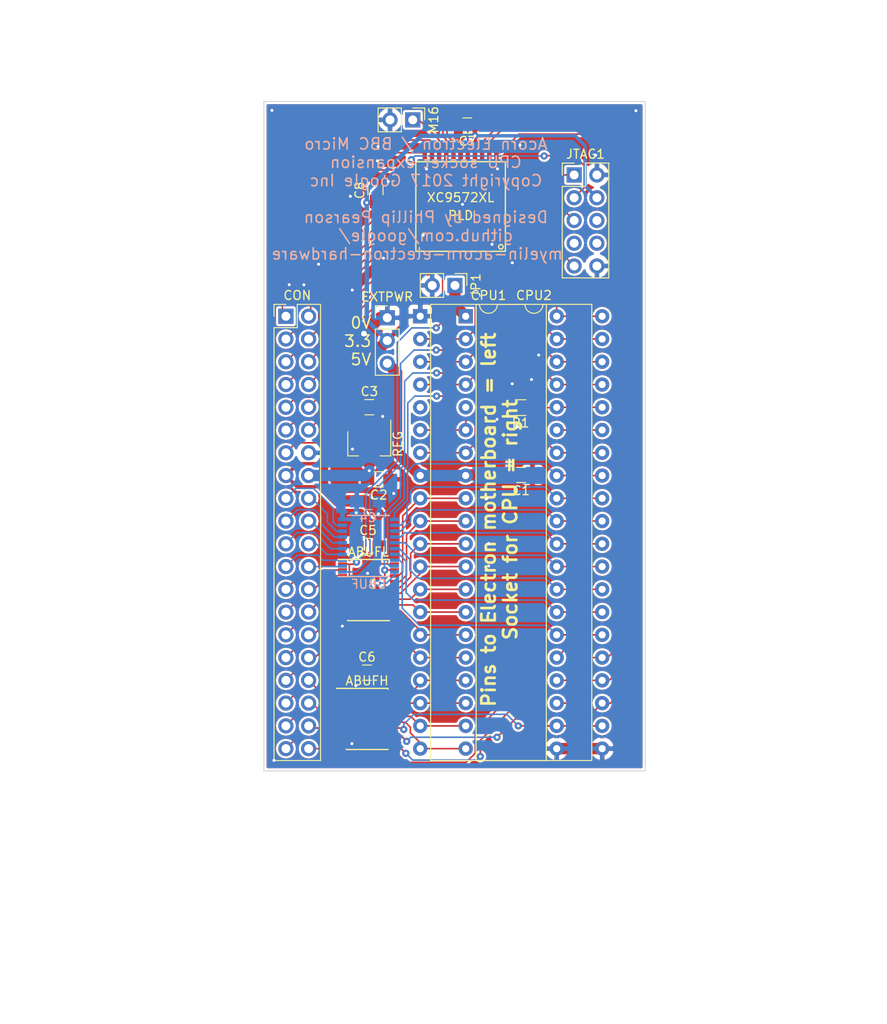
<source format=kicad_pcb>
(kicad_pcb (version 4) (host pcbnew 4.0.6)
  (layers (0 F.Cu signal) (31 B.Cu signal) (34 B.Paste user) (35 F.Paste user) (36 B.SilkS user) (37 F.SilkS user) (38 B.Mask user) (39 F.Mask user) (44 Edge.Cuts user))
  (net 0 "")
  (net 1 GND)
  (net 2 3V3)
  (net 3 cpu_RDY)
  (net 4 cpu_A12)
  (net 5 cpu_PHI1_OUT)
  (net 6 cpu_nIRQ)
  (net 7 cpu_nNMI)
  (net 8 cpu_D7)
  (net 9 cpu_SYNC)
  (net 10 cpu_D6)
  (net 11 5V)
  (net 12 cpu_D5)
  (net 13 cpu_A0)
  (net 14 cpu_D4)
  (net 15 cpu_A1)
  (net 16 cpu_D3)
  (net 17 cpu_A2)
  (net 18 cpu_D2)
  (net 19 cpu_A3)
  (net 20 cpu_D1)
  (net 21 cpu_A4)
  (net 22 cpu_D0)
  (net 23 cpu_A5)
  (net 24 cpu_RnW)
  (net 25 cpu_A6)
  (net 26 cpu_NC_XTLO)
  (net 27 cpu_A7)
  (net 28 cpu_NC_BE)
  (net 29 cpu_A8)
  (net 30 cpu_PHI0_IN)
  (net 31 cpu_A9)
  (net 32 cpu_nSO)
  (net 33 cpu_A10)
  (net 34 cpu_PHI2_OUT)
  (net 35 cpu_A11)
  (net 36 cpu_nRESET)
  (net 37 cpld_TCK)
  (net 38 cpld_TDO)
  (net 39 cpld_TMS)
  (net 40 cpld_TDI)
  (net 41 cpu_A13_1)
  (net 42 cpu_A14_1)
  (net 43 cpu_A15_1)
  (net 44 cpu_A13_2)
  (net 45 cpu_A14_2)
  (net 46 cpu_A15_2)
  (net 47 abuf_nCE)
  (net 48 ext_A8)
  (net 49 ext_A9)
  (net 50 ext_A10)
  (net 51 ext_A11)
  (net 52 ext_A12)
  (net 53 ext_A13)
  (net 54 ext_A14)
  (net 55 ext_A15)
  (net 56 ext_A0)
  (net 57 ext_A1)
  (net 58 ext_A2)
  (net 59 ext_A3)
  (net 60 ext_A4)
  (net 61 ext_A5)
  (net 62 ext_A6)
  (net 63 ext_A7)
  (net 64 ext_D7)
  (net 65 ext_D6)
  (net 66 ext_D5)
  (net 67 ext_D4)
  (net 68 ext_D3)
  (net 69 ext_D2)
  (net 70 ext_D1)
  (net 71 ext_D0)
  (net 72 abuf_ext_to_cpu)
  (net 73 dbuf_ext_to_cpu)
  (net 74 dbuf_nCE)
  (net 75 ext_GP0)
  (net 76 ext_GP1)
  (net 77 ext_GP2)
  (net 78 ext_GP3)
  (net 79 ext_GP4)
  (net 80 ext_GP5)
  (net 81 ext_GP6)
  (net 82 ext_GP7)
  (net 83 ext_GP8)
  (net 84 ext_GP9)
  (net 85 ext_GP10)
  (net 86 ext_GP11)
  (net 87 ext_GP12)
  (net 88 cpu_GND_VPB_2)
  (net 89 16MHz)
  (module Housings_DIP:DIP-40_W15.24mm (layer F.Cu) (at 166.31 78.48)
    (fp_text reference CPU2 (at 7.62 -2.33) (layer F.SilkS))
    (fp_text value 6502)
    (pad 1 thru_hole rect (at 0 0) (size 1.6 1.6) (drill 0.8) (layers *.Cu *.Mask) (net 88 cpu_GND_VPB_2))
    (pad 21 thru_hole oval (at 15.24 48.26) (size 1.6 1.6) (drill 0.8) (layers *.Cu *.Mask) (net 1 GND))
    (pad 2 thru_hole oval (at 0 2.54) (size 1.6 1.6) (drill 0.8) (layers *.Cu *.Mask) (net 3 cpu_RDY))
    (pad 22 thru_hole oval (at 15.24 45.72) (size 1.6 1.6) (drill 0.8) (layers *.Cu *.Mask) (net 4 cpu_A12))
    (pad 3 thru_hole oval (at 0 5.08) (size 1.6 1.6) (drill 0.8) (layers *.Cu *.Mask) (net 5 cpu_PHI1_OUT))
    (pad 23 thru_hole oval (at 15.24 43.18) (size 1.6 1.6) (drill 0.8) (layers *.Cu *.Mask) (net 44 cpu_A13_2))
    (pad 4 thru_hole oval (at 0 7.62) (size 1.6 1.6) (drill 0.8) (layers *.Cu *.Mask) (net 6 cpu_nIRQ))
    (pad 24 thru_hole oval (at 15.24 40.64) (size 1.6 1.6) (drill 0.8) (layers *.Cu *.Mask) (net 45 cpu_A14_2))
    (pad 5 thru_hole oval (at 0 10.16) (size 1.6 1.6) (drill 0.8) (layers *.Cu *.Mask))
    (pad 25 thru_hole oval (at 15.24 38.1) (size 1.6 1.6) (drill 0.8) (layers *.Cu *.Mask) (net 46 cpu_A15_2))
    (pad 6 thru_hole oval (at 0 12.7) (size 1.6 1.6) (drill 0.8) (layers *.Cu *.Mask) (net 7 cpu_nNMI))
    (pad 26 thru_hole oval (at 15.24 35.56) (size 1.6 1.6) (drill 0.8) (layers *.Cu *.Mask) (net 8 cpu_D7))
    (pad 7 thru_hole oval (at 0 15.24) (size 1.6 1.6) (drill 0.8) (layers *.Cu *.Mask) (net 9 cpu_SYNC))
    (pad 27 thru_hole oval (at 15.24 33.02) (size 1.6 1.6) (drill 0.8) (layers *.Cu *.Mask) (net 10 cpu_D6))
    (pad 8 thru_hole oval (at 0 17.78) (size 1.6 1.6) (drill 0.8) (layers *.Cu *.Mask) (net 11 5V))
    (pad 28 thru_hole oval (at 15.24 30.48) (size 1.6 1.6) (drill 0.8) (layers *.Cu *.Mask) (net 12 cpu_D5))
    (pad 9 thru_hole oval (at 0 20.32) (size 1.6 1.6) (drill 0.8) (layers *.Cu *.Mask) (net 13 cpu_A0))
    (pad 29 thru_hole oval (at 15.24 27.94) (size 1.6 1.6) (drill 0.8) (layers *.Cu *.Mask) (net 14 cpu_D4))
    (pad 10 thru_hole oval (at 0 22.86) (size 1.6 1.6) (drill 0.8) (layers *.Cu *.Mask) (net 15 cpu_A1))
    (pad 30 thru_hole oval (at 15.24 25.4) (size 1.6 1.6) (drill 0.8) (layers *.Cu *.Mask) (net 16 cpu_D3))
    (pad 11 thru_hole oval (at 0 25.4) (size 1.6 1.6) (drill 0.8) (layers *.Cu *.Mask) (net 17 cpu_A2))
    (pad 31 thru_hole oval (at 15.24 22.86) (size 1.6 1.6) (drill 0.8) (layers *.Cu *.Mask) (net 18 cpu_D2))
    (pad 12 thru_hole oval (at 0 27.94) (size 1.6 1.6) (drill 0.8) (layers *.Cu *.Mask) (net 19 cpu_A3))
    (pad 32 thru_hole oval (at 15.24 20.32) (size 1.6 1.6) (drill 0.8) (layers *.Cu *.Mask) (net 20 cpu_D1))
    (pad 13 thru_hole oval (at 0 30.48) (size 1.6 1.6) (drill 0.8) (layers *.Cu *.Mask) (net 21 cpu_A4))
    (pad 33 thru_hole oval (at 15.24 17.78) (size 1.6 1.6) (drill 0.8) (layers *.Cu *.Mask) (net 22 cpu_D0))
    (pad 14 thru_hole oval (at 0 33.02) (size 1.6 1.6) (drill 0.8) (layers *.Cu *.Mask) (net 23 cpu_A5))
    (pad 34 thru_hole oval (at 15.24 15.24) (size 1.6 1.6) (drill 0.8) (layers *.Cu *.Mask) (net 24 cpu_RnW))
    (pad 15 thru_hole oval (at 0 35.56) (size 1.6 1.6) (drill 0.8) (layers *.Cu *.Mask) (net 25 cpu_A6))
    (pad 35 thru_hole oval (at 15.24 12.7) (size 1.6 1.6) (drill 0.8) (layers *.Cu *.Mask) (net 26 cpu_NC_XTLO))
    (pad 16 thru_hole oval (at 0 38.1) (size 1.6 1.6) (drill 0.8) (layers *.Cu *.Mask) (net 27 cpu_A7))
    (pad 36 thru_hole oval (at 15.24 10.16) (size 1.6 1.6) (drill 0.8) (layers *.Cu *.Mask) (net 28 cpu_NC_BE))
    (pad 17 thru_hole oval (at 0 40.64) (size 1.6 1.6) (drill 0.8) (layers *.Cu *.Mask) (net 29 cpu_A8))
    (pad 37 thru_hole oval (at 15.24 7.62) (size 1.6 1.6) (drill 0.8) (layers *.Cu *.Mask) (net 30 cpu_PHI0_IN))
    (pad 18 thru_hole oval (at 0 43.18) (size 1.6 1.6) (drill 0.8) (layers *.Cu *.Mask) (net 31 cpu_A9))
    (pad 38 thru_hole oval (at 15.24 5.08) (size 1.6 1.6) (drill 0.8) (layers *.Cu *.Mask) (net 32 cpu_nSO))
    (pad 19 thru_hole oval (at 0 45.72) (size 1.6 1.6) (drill 0.8) (layers *.Cu *.Mask) (net 33 cpu_A10))
    (pad 39 thru_hole oval (at 15.24 2.54) (size 1.6 1.6) (drill 0.8) (layers *.Cu *.Mask) (net 34 cpu_PHI2_OUT))
    (pad 20 thru_hole oval (at 0 48.26) (size 1.6 1.6) (drill 0.8) (layers *.Cu *.Mask) (net 35 cpu_A11))
    (pad 40 thru_hole oval (at 15.24 0) (size 1.6 1.6) (drill 0.8) (layers *.Cu *.Mask) (net 36 cpu_nRESET))
  )
  (module Housings_SSOP:SSOP-20_4.4x6.5mm_Pitch0.65mm (layer F.Cu) (at 155.29 123.465)
    (fp_text reference ABUFH (at 0 -4.3) (layer F.SilkS))
    (fp_text value 74LVC245)
    (pad 1 smd rect (at -2.9 -2.925) (size 1 0.4) (layers F.Cu F.Paste F.Mask) (net 72 abuf_ext_to_cpu))
    (pad 2 smd rect (at -2.9 -2.275) (size 1 0.4) (layers F.Cu F.Paste F.Mask) (net 48 ext_A8))
    (pad 3 smd rect (at -2.9 -1.625) (size 1 0.4) (layers F.Cu F.Paste F.Mask) (net 49 ext_A9))
    (pad 4 smd rect (at -2.9 -0.975) (size 1 0.4) (layers F.Cu F.Paste F.Mask) (net 50 ext_A10))
    (pad 5 smd rect (at -2.9 -0.325) (size 1 0.4) (layers F.Cu F.Paste F.Mask) (net 51 ext_A11))
    (pad 6 smd rect (at -2.9 0.325) (size 1 0.4) (layers F.Cu F.Paste F.Mask) (net 52 ext_A12))
    (pad 7 smd rect (at -2.9 0.975) (size 1 0.4) (layers F.Cu F.Paste F.Mask) (net 53 ext_A13))
    (pad 8 smd rect (at -2.9 1.625) (size 1 0.4) (layers F.Cu F.Paste F.Mask) (net 54 ext_A14))
    (pad 9 smd rect (at -2.9 2.275) (size 1 0.4) (layers F.Cu F.Paste F.Mask) (net 55 ext_A15))
    (pad 10 smd rect (at -2.9 2.925) (size 1 0.4) (layers F.Cu F.Paste F.Mask) (net 1 GND))
    (pad 11 smd rect (at 2.9 2.925) (size 1 0.4) (layers F.Cu F.Paste F.Mask) (net 46 cpu_A15_2))
    (pad 12 smd rect (at 2.9 2.275) (size 1 0.4) (layers F.Cu F.Paste F.Mask) (net 45 cpu_A14_2))
    (pad 13 smd rect (at 2.9 1.625) (size 1 0.4) (layers F.Cu F.Paste F.Mask) (net 44 cpu_A13_2))
    (pad 14 smd rect (at 2.9 0.975) (size 1 0.4) (layers F.Cu F.Paste F.Mask) (net 4 cpu_A12))
    (pad 15 smd rect (at 2.9 0.325) (size 1 0.4) (layers F.Cu F.Paste F.Mask) (net 35 cpu_A11))
    (pad 16 smd rect (at 2.9 -0.325) (size 1 0.4) (layers F.Cu F.Paste F.Mask) (net 33 cpu_A10))
    (pad 17 smd rect (at 2.9 -0.975) (size 1 0.4) (layers F.Cu F.Paste F.Mask) (net 31 cpu_A9))
    (pad 18 smd rect (at 2.9 -1.625) (size 1 0.4) (layers F.Cu F.Paste F.Mask) (net 29 cpu_A8))
    (pad 19 smd rect (at 2.9 -2.275) (size 1 0.4) (layers F.Cu F.Paste F.Mask) (net 47 abuf_nCE))
    (pad 20 smd rect (at 2.9 -2.925) (size 1 0.4) (layers F.Cu F.Paste F.Mask) (net 2 3V3))
  )
  (module Housings_SSOP:SSOP-20_4.4x6.5mm_Pitch0.65mm (layer F.Cu) (at 155.45 109.08)
    (fp_text reference ABUFL (at 0 -4.3) (layer F.SilkS))
    (fp_text value 74LVC245)
    (pad 1 smd rect (at -2.9 -2.925) (size 1 0.4) (layers F.Cu F.Paste F.Mask) (net 72 abuf_ext_to_cpu))
    (pad 2 smd rect (at -2.9 -2.275) (size 1 0.4) (layers F.Cu F.Paste F.Mask) (net 56 ext_A0))
    (pad 3 smd rect (at -2.9 -1.625) (size 1 0.4) (layers F.Cu F.Paste F.Mask) (net 57 ext_A1))
    (pad 4 smd rect (at -2.9 -0.975) (size 1 0.4) (layers F.Cu F.Paste F.Mask) (net 58 ext_A2))
    (pad 5 smd rect (at -2.9 -0.325) (size 1 0.4) (layers F.Cu F.Paste F.Mask) (net 59 ext_A3))
    (pad 6 smd rect (at -2.9 0.325) (size 1 0.4) (layers F.Cu F.Paste F.Mask) (net 60 ext_A4))
    (pad 7 smd rect (at -2.9 0.975) (size 1 0.4) (layers F.Cu F.Paste F.Mask) (net 61 ext_A5))
    (pad 8 smd rect (at -2.9 1.625) (size 1 0.4) (layers F.Cu F.Paste F.Mask) (net 62 ext_A6))
    (pad 9 smd rect (at -2.9 2.275) (size 1 0.4) (layers F.Cu F.Paste F.Mask) (net 63 ext_A7))
    (pad 10 smd rect (at -2.9 2.925) (size 1 0.4) (layers F.Cu F.Paste F.Mask) (net 1 GND))
    (pad 11 smd rect (at 2.9 2.925) (size 1 0.4) (layers F.Cu F.Paste F.Mask) (net 27 cpu_A7))
    (pad 12 smd rect (at 2.9 2.275) (size 1 0.4) (layers F.Cu F.Paste F.Mask) (net 25 cpu_A6))
    (pad 13 smd rect (at 2.9 1.625) (size 1 0.4) (layers F.Cu F.Paste F.Mask) (net 23 cpu_A5))
    (pad 14 smd rect (at 2.9 0.975) (size 1 0.4) (layers F.Cu F.Paste F.Mask) (net 21 cpu_A4))
    (pad 15 smd rect (at 2.9 0.325) (size 1 0.4) (layers F.Cu F.Paste F.Mask) (net 19 cpu_A3))
    (pad 16 smd rect (at 2.9 -0.325) (size 1 0.4) (layers F.Cu F.Paste F.Mask) (net 17 cpu_A2))
    (pad 17 smd rect (at 2.9 -0.975) (size 1 0.4) (layers F.Cu F.Paste F.Mask) (net 15 cpu_A1))
    (pad 18 smd rect (at 2.9 -1.625) (size 1 0.4) (layers F.Cu F.Paste F.Mask) (net 13 cpu_A0))
    (pad 19 smd rect (at 2.9 -2.275) (size 1 0.4) (layers F.Cu F.Paste F.Mask) (net 47 abuf_nCE))
    (pad 20 smd rect (at 2.9 -2.925) (size 1 0.4) (layers F.Cu F.Paste F.Mask) (net 2 3V3))
  )
  (module Housings_DIP:DIP-40_W15.24mm (layer F.Cu) (at 161.23 78.48)
    (fp_text reference CPU1 (at 7.62 -2.33) (layer F.SilkS))
    (fp_text value 6502)
    (pad 1 thru_hole rect (at 0 0) (size 1.6 1.6) (drill 0.8) (layers *.Cu *.Mask) (net 1 GND))
    (pad 21 thru_hole oval (at 15.24 48.26) (size 1.6 1.6) (drill 0.8) (layers *.Cu *.Mask) (net 1 GND))
    (pad 2 thru_hole oval (at 0 2.54) (size 1.6 1.6) (drill 0.8) (layers *.Cu *.Mask) (net 3 cpu_RDY))
    (pad 22 thru_hole oval (at 15.24 45.72) (size 1.6 1.6) (drill 0.8) (layers *.Cu *.Mask) (net 4 cpu_A12))
    (pad 3 thru_hole oval (at 0 5.08) (size 1.6 1.6) (drill 0.8) (layers *.Cu *.Mask) (net 5 cpu_PHI1_OUT))
    (pad 23 thru_hole oval (at 15.24 43.18) (size 1.6 1.6) (drill 0.8) (layers *.Cu *.Mask) (net 41 cpu_A13_1))
    (pad 4 thru_hole oval (at 0 7.62) (size 1.6 1.6) (drill 0.8) (layers *.Cu *.Mask) (net 6 cpu_nIRQ))
    (pad 24 thru_hole oval (at 15.24 40.64) (size 1.6 1.6) (drill 0.8) (layers *.Cu *.Mask) (net 42 cpu_A14_1))
    (pad 5 thru_hole oval (at 0 10.16) (size 1.6 1.6) (drill 0.8) (layers *.Cu *.Mask))
    (pad 25 thru_hole oval (at 15.24 38.1) (size 1.6 1.6) (drill 0.8) (layers *.Cu *.Mask) (net 43 cpu_A15_1))
    (pad 6 thru_hole oval (at 0 12.7) (size 1.6 1.6) (drill 0.8) (layers *.Cu *.Mask) (net 7 cpu_nNMI))
    (pad 26 thru_hole oval (at 15.24 35.56) (size 1.6 1.6) (drill 0.8) (layers *.Cu *.Mask) (net 8 cpu_D7))
    (pad 7 thru_hole oval (at 0 15.24) (size 1.6 1.6) (drill 0.8) (layers *.Cu *.Mask) (net 9 cpu_SYNC))
    (pad 27 thru_hole oval (at 15.24 33.02) (size 1.6 1.6) (drill 0.8) (layers *.Cu *.Mask) (net 10 cpu_D6))
    (pad 8 thru_hole oval (at 0 17.78) (size 1.6 1.6) (drill 0.8) (layers *.Cu *.Mask) (net 11 5V))
    (pad 28 thru_hole oval (at 15.24 30.48) (size 1.6 1.6) (drill 0.8) (layers *.Cu *.Mask) (net 12 cpu_D5))
    (pad 9 thru_hole oval (at 0 20.32) (size 1.6 1.6) (drill 0.8) (layers *.Cu *.Mask) (net 13 cpu_A0))
    (pad 29 thru_hole oval (at 15.24 27.94) (size 1.6 1.6) (drill 0.8) (layers *.Cu *.Mask) (net 14 cpu_D4))
    (pad 10 thru_hole oval (at 0 22.86) (size 1.6 1.6) (drill 0.8) (layers *.Cu *.Mask) (net 15 cpu_A1))
    (pad 30 thru_hole oval (at 15.24 25.4) (size 1.6 1.6) (drill 0.8) (layers *.Cu *.Mask) (net 16 cpu_D3))
    (pad 11 thru_hole oval (at 0 25.4) (size 1.6 1.6) (drill 0.8) (layers *.Cu *.Mask) (net 17 cpu_A2))
    (pad 31 thru_hole oval (at 15.24 22.86) (size 1.6 1.6) (drill 0.8) (layers *.Cu *.Mask) (net 18 cpu_D2))
    (pad 12 thru_hole oval (at 0 27.94) (size 1.6 1.6) (drill 0.8) (layers *.Cu *.Mask) (net 19 cpu_A3))
    (pad 32 thru_hole oval (at 15.24 20.32) (size 1.6 1.6) (drill 0.8) (layers *.Cu *.Mask) (net 20 cpu_D1))
    (pad 13 thru_hole oval (at 0 30.48) (size 1.6 1.6) (drill 0.8) (layers *.Cu *.Mask) (net 21 cpu_A4))
    (pad 33 thru_hole oval (at 15.24 17.78) (size 1.6 1.6) (drill 0.8) (layers *.Cu *.Mask) (net 22 cpu_D0))
    (pad 14 thru_hole oval (at 0 33.02) (size 1.6 1.6) (drill 0.8) (layers *.Cu *.Mask) (net 23 cpu_A5))
    (pad 34 thru_hole oval (at 15.24 15.24) (size 1.6 1.6) (drill 0.8) (layers *.Cu *.Mask) (net 24 cpu_RnW))
    (pad 15 thru_hole oval (at 0 35.56) (size 1.6 1.6) (drill 0.8) (layers *.Cu *.Mask) (net 25 cpu_A6))
    (pad 35 thru_hole oval (at 15.24 12.7) (size 1.6 1.6) (drill 0.8) (layers *.Cu *.Mask) (net 26 cpu_NC_XTLO))
    (pad 16 thru_hole oval (at 0 38.1) (size 1.6 1.6) (drill 0.8) (layers *.Cu *.Mask) (net 27 cpu_A7))
    (pad 36 thru_hole oval (at 15.24 10.16) (size 1.6 1.6) (drill 0.8) (layers *.Cu *.Mask) (net 28 cpu_NC_BE))
    (pad 17 thru_hole oval (at 0 40.64) (size 1.6 1.6) (drill 0.8) (layers *.Cu *.Mask) (net 29 cpu_A8))
    (pad 37 thru_hole oval (at 15.24 7.62) (size 1.6 1.6) (drill 0.8) (layers *.Cu *.Mask) (net 30 cpu_PHI0_IN))
    (pad 18 thru_hole oval (at 0 43.18) (size 1.6 1.6) (drill 0.8) (layers *.Cu *.Mask) (net 31 cpu_A9))
    (pad 38 thru_hole oval (at 15.24 5.08) (size 1.6 1.6) (drill 0.8) (layers *.Cu *.Mask) (net 32 cpu_nSO))
    (pad 19 thru_hole oval (at 0 45.72) (size 1.6 1.6) (drill 0.8) (layers *.Cu *.Mask) (net 33 cpu_A10))
    (pad 39 thru_hole oval (at 15.24 2.54) (size 1.6 1.6) (drill 0.8) (layers *.Cu *.Mask) (net 34 cpu_PHI2_OUT))
    (pad 20 thru_hole oval (at 0 48.26) (size 1.6 1.6) (drill 0.8) (layers *.Cu *.Mask) (net 35 cpu_A11))
    (pad 40 thru_hole oval (at 15.24 0) (size 1.6 1.6) (drill 0.8) (layers *.Cu *.Mask) (net 36 cpu_nRESET))
  )
  (module Housings_SSOP:SSOP-20_4.4x6.5mm_Pitch0.65mm (layer B.Cu) (at 155.45 104.085)
    (fp_text reference DBUF (at 0 4.3) (layer B.SilkS) (effects (justify mirror)))
    (fp_text value 74LVC245)
    (pad 1 smd rect (at -2.9 2.925) (size 1 0.4) (layers B.Cu B.Paste B.Mask) (net 73 dbuf_ext_to_cpu))
    (pad 2 smd rect (at -2.9 2.275) (size 1 0.4) (layers B.Cu B.Paste B.Mask) (net 64 ext_D7))
    (pad 3 smd rect (at -2.9 1.625) (size 1 0.4) (layers B.Cu B.Paste B.Mask) (net 65 ext_D6))
    (pad 4 smd rect (at -2.9 0.975) (size 1 0.4) (layers B.Cu B.Paste B.Mask) (net 66 ext_D5))
    (pad 5 smd rect (at -2.9 0.325) (size 1 0.4) (layers B.Cu B.Paste B.Mask) (net 67 ext_D4))
    (pad 6 smd rect (at -2.9 -0.325) (size 1 0.4) (layers B.Cu B.Paste B.Mask) (net 68 ext_D3))
    (pad 7 smd rect (at -2.9 -0.975) (size 1 0.4) (layers B.Cu B.Paste B.Mask) (net 69 ext_D2))
    (pad 8 smd rect (at -2.9 -1.625) (size 1 0.4) (layers B.Cu B.Paste B.Mask) (net 70 ext_D1))
    (pad 9 smd rect (at -2.9 -2.275) (size 1 0.4) (layers B.Cu B.Paste B.Mask) (net 71 ext_D0))
    (pad 10 smd rect (at -2.9 -2.925) (size 1 0.4) (layers B.Cu B.Paste B.Mask) (net 1 GND))
    (pad 11 smd rect (at 2.9 -2.925) (size 1 0.4) (layers B.Cu B.Paste B.Mask) (net 22 cpu_D0))
    (pad 12 smd rect (at 2.9 -2.275) (size 1 0.4) (layers B.Cu B.Paste B.Mask) (net 20 cpu_D1))
    (pad 13 smd rect (at 2.9 -1.625) (size 1 0.4) (layers B.Cu B.Paste B.Mask) (net 18 cpu_D2))
    (pad 14 smd rect (at 2.9 -0.975) (size 1 0.4) (layers B.Cu B.Paste B.Mask) (net 16 cpu_D3))
    (pad 15 smd rect (at 2.9 -0.325) (size 1 0.4) (layers B.Cu B.Paste B.Mask) (net 14 cpu_D4))
    (pad 16 smd rect (at 2.9 0.325) (size 1 0.4) (layers B.Cu B.Paste B.Mask) (net 12 cpu_D5))
    (pad 17 smd rect (at 2.9 0.975) (size 1 0.4) (layers B.Cu B.Paste B.Mask) (net 10 cpu_D6))
    (pad 18 smd rect (at 2.9 1.625) (size 1 0.4) (layers B.Cu B.Paste B.Mask) (net 8 cpu_D7))
    (pad 19 smd rect (at 2.9 2.275) (size 1 0.4) (layers B.Cu B.Paste B.Mask) (net 74 dbuf_nCE))
    (pad 20 smd rect (at 2.9 2.925) (size 1 0.4) (layers B.Cu B.Paste B.Mask) (net 2 3V3))
  )
  (module Capacitors_SMD:C_0805_HandSoldering (layer F.Cu) (at 172.51 96.19 180)
    (fp_text reference C1 (at 0 -1.75 180) (layer F.SilkS))
    (fp_text value 100n)
    (pad 1 smd rect (at -1.25 0 180) (size 1.5 1.25) (layers F.Cu F.Paste F.Mask) (net 1 GND))
    (pad 2 smd rect (at 1.25 0 180) (size 1.5 1.25) (layers F.Cu F.Paste F.Mask) (net 11 5V))
  )
  (module Capacitors_SMD:C_0805_HandSoldering (layer F.Cu) (at 156.6 96.68 180)
    (fp_text reference C2 (at 0 -1.75 180) (layer F.SilkS))
    (fp_text value 1u)
    (pad 1 smd rect (at -1.25 0 180) (size 1.5 1.25) (layers F.Cu F.Paste F.Mask) (net 1 GND))
    (pad 2 smd rect (at 1.25 0 180) (size 1.5 1.25) (layers F.Cu F.Paste F.Mask) (net 11 5V))
  )
  (module Capacitors_SMD:C_0805_HandSoldering (layer F.Cu) (at 155.55 88.63)
    (fp_text reference C3 (at 0 -1.75) (layer F.SilkS))
    (fp_text value 1u)
    (pad 1 smd rect (at -1.25 0) (size 1.5 1.25) (layers F.Cu F.Paste F.Mask) (net 2 3V3))
    (pad 2 smd rect (at 1.25 0) (size 1.5 1.25) (layers F.Cu F.Paste F.Mask) (net 1 GND))
  )
  (module Capacitors_SMD:C_0805_HandSoldering (layer B.Cu) (at 155.39 99.2)
    (fp_text reference C4 (at 0 1.75) (layer B.SilkS) (effects (justify mirror)))
    (fp_text value 100n)
    (pad 1 smd rect (at -1.25 0) (size 1.5 1.25) (layers B.Cu B.Paste B.Mask) (net 1 GND))
    (pad 2 smd rect (at 1.25 0) (size 1.5 1.25) (layers B.Cu B.Paste B.Mask) (net 2 3V3))
  )
  (module Capacitors_SMD:C_0805_HandSoldering (layer F.Cu) (at 155.4 104.13)
    (fp_text reference C5 (at 0 -1.75) (layer F.SilkS))
    (fp_text value 100n)
    (pad 1 smd rect (at -1.25 0) (size 1.5 1.25) (layers F.Cu F.Paste F.Mask) (net 1 GND))
    (pad 2 smd rect (at 1.25 0) (size 1.5 1.25) (layers F.Cu F.Paste F.Mask) (net 2 3V3))
  )
  (module Capacitors_SMD:C_0805_HandSoldering (layer F.Cu) (at 155.28 118.26)
    (fp_text reference C6 (at 0 -1.75) (layer F.SilkS))
    (fp_text value 100n)
    (pad 1 smd rect (at -1.25 0) (size 1.5 1.25) (layers F.Cu F.Paste F.Mask) (net 1 GND))
    (pad 2 smd rect (at 1.25 0) (size 1.5 1.25) (layers F.Cu F.Paste F.Mask) (net 2 3V3))
  )
  (module Capacitors_SMD:C_0805_HandSoldering (layer F.Cu) (at 166.49 57.19 180)
    (fp_text reference C7 (at 0 -1.75 180) (layer F.SilkS))
    (fp_text value 100n)
    (pad 1 smd rect (at -1.25 0 180) (size 1.5 1.25) (layers F.Cu F.Paste F.Mask) (net 2 3V3))
    (pad 2 smd rect (at 1.25 0 180) (size 1.5 1.25) (layers F.Cu F.Paste F.Mask) (net 1 GND))
  )
  (module Capacitors_SMD:C_0805_HandSoldering (layer F.Cu) (at 156.23 64.42 90)
    (fp_text reference C8 (at 0 -1.75 90) (layer F.SilkS))
    (fp_text value 100n)
    (pad 1 smd rect (at -1.25 0 90) (size 1.5 1.25) (layers F.Cu F.Paste F.Mask) (net 2 3V3))
    (pad 2 smd rect (at 1.25 0 90) (size 1.5 1.25) (layers F.Cu F.Paste F.Mask) (net 1 GND))
  )
  (module Pin_Headers:Pin_Header_Straight_1x03_Pitch2.54mm (layer F.Cu) (at 157.55 78.65)
    (fp_text reference EXTPWR (at 0 -2.33) (layer F.SilkS))
    (fp_text value "ext pwr")
    (pad 1 thru_hole rect (at 0 0) (size 1.7 1.7) (drill 1) (layers *.Cu *.Mask) (net 1 GND))
    (pad 2 thru_hole oval (at 0 2.54) (size 1.7 1.7) (drill 1) (layers *.Cu *.Mask) (net 2 3V3))
    (pad 3 thru_hole oval (at 0 5.08) (size 1.7 1.7) (drill 1) (layers *.Cu *.Mask) (net 11 5V))
  )
  (module Pin_Headers:Pin_Header_Straight_2x05_Pitch2.54mm (layer F.Cu) (at 178.42 62.71)
    (fp_text reference JTAG1 (at 1.27 -2.33) (layer F.SilkS))
    (fp_text value jtag)
    (pad 1 thru_hole rect (at 0 0) (size 1.7 1.7) (drill 1) (layers *.Cu *.Mask) (net 37 cpld_TCK))
    (pad 2 thru_hole oval (at 2.54 0) (size 1.7 1.7) (drill 1) (layers *.Cu *.Mask) (net 1 GND))
    (pad 3 thru_hole oval (at 0 2.54) (size 1.7 1.7) (drill 1) (layers *.Cu *.Mask) (net 38 cpld_TDO))
    (pad 4 thru_hole oval (at 2.54 2.54) (size 1.7 1.7) (drill 1) (layers *.Cu *.Mask) (net 2 3V3))
    (pad 5 thru_hole oval (at 0 5.08) (size 1.7 1.7) (drill 1) (layers *.Cu *.Mask) (net 39 cpld_TMS))
    (pad 6 thru_hole oval (at 2.54 5.08) (size 1.7 1.7) (drill 1) (layers *.Cu *.Mask))
    (pad 7 thru_hole oval (at 0 7.62) (size 1.7 1.7) (drill 1) (layers *.Cu *.Mask))
    (pad 8 thru_hole oval (at 2.54 7.62) (size 1.7 1.7) (drill 1) (layers *.Cu *.Mask))
    (pad 9 thru_hole oval (at 0 10.16) (size 1.7 1.7) (drill 1) (layers *.Cu *.Mask) (net 40 cpld_TDI))
    (pad 10 thru_hole oval (at 2.54 10.16) (size 1.7 1.7) (drill 1) (layers *.Cu *.Mask) (net 1 GND))
  )
  (module myelin-kicad:xilinx_vqg44 (layer F.Cu) (at 165.74 66.23 180)
    (fp_text reference PLD (at 0 -1 180) (layer F.SilkS))
    (fp_text value XC9572XL (at 0 1 180) (layer F.SilkS))
    (pad 1 smd rect (at -6 -4 180) (size 2 0.5) (layers F.Cu F.Paste F.Mask) (net 24 cpu_RnW))
    (pad 2 smd rect (at -6 -3.2 180) (size 2 0.5) (layers F.Cu F.Paste F.Mask) (net 9 cpu_SYNC))
    (pad 3 smd rect (at -6 -2.4 180) (size 2 0.5) (layers F.Cu F.Paste F.Mask) (net 7 cpu_nNMI))
    (pad 4 smd rect (at -6 -1.6 180) (size 2 0.5) (layers F.Cu F.Paste F.Mask) (net 1 GND))
    (pad 5 smd rect (at -6 -0.8 180) (size 2 0.5) (layers F.Cu F.Paste F.Mask) (net 30 cpu_PHI0_IN))
    (pad 6 smd rect (at -6 0 180) (size 2 0.5) (layers F.Cu F.Paste F.Mask) (net 32 cpu_nSO))
    (pad 7 smd rect (at -6 0.8 180) (size 2 0.5) (layers F.Cu F.Paste F.Mask) (net 34 cpu_PHI2_OUT))
    (pad 8 smd rect (at -6 1.6 180) (size 2 0.5) (layers F.Cu F.Paste F.Mask) (net 36 cpu_nRESET))
    (pad 9 smd rect (at -6 2.4 180) (size 2 0.5) (layers F.Cu F.Paste F.Mask) (net 40 cpld_TDI))
    (pad 10 smd rect (at -6 3.2 180) (size 2 0.5) (layers F.Cu F.Paste F.Mask) (net 39 cpld_TMS))
    (pad 11 smd rect (at -6 4 180) (size 2 0.5) (layers F.Cu F.Paste F.Mask) (net 37 cpld_TCK))
    (pad 12 smd rect (at -4 6 180) (size 0.5 2) (layers F.Cu F.Paste F.Mask) (net 43 cpu_A15_1))
    (pad 13 smd rect (at -3.2 6 180) (size 0.5 2) (layers F.Cu F.Paste F.Mask) (net 46 cpu_A15_2))
    (pad 14 smd rect (at -2.4 6 180) (size 0.5 2) (layers F.Cu F.Paste F.Mask) (net 42 cpu_A14_1))
    (pad 15 smd rect (at -1.6 6 180) (size 0.5 2) (layers F.Cu F.Paste F.Mask) (net 2 3V3))
    (pad 16 smd rect (at -0.8 6 180) (size 0.5 2) (layers F.Cu F.Paste F.Mask) (net 45 cpu_A14_2))
    (pad 17 smd rect (at 0 6 180) (size 0.5 2) (layers F.Cu F.Paste F.Mask) (net 1 GND))
    (pad 18 smd rect (at 0.8 6 180) (size 0.5 2) (layers F.Cu F.Paste F.Mask) (net 41 cpu_A13_1))
    (pad 19 smd rect (at 1.6 6 180) (size 0.5 2) (layers F.Cu F.Paste F.Mask) (net 44 cpu_A13_2))
    (pad 20 smd rect (at 2.4 6 180) (size 0.5 2) (layers F.Cu F.Paste F.Mask) (net 89 16MHz))
    (pad 21 smd rect (at 3.2 6 180) (size 0.5 2) (layers F.Cu F.Paste F.Mask) (net 75 ext_GP0))
    (pad 22 smd rect (at 4 6 180) (size 0.5 2) (layers F.Cu F.Paste F.Mask) (net 77 ext_GP2))
    (pad 23 smd rect (at 6 4 180) (size 2 0.5) (layers F.Cu F.Paste F.Mask) (net 76 ext_GP1))
    (pad 24 smd rect (at 6 3.2 180) (size 2 0.5) (layers F.Cu F.Paste F.Mask) (net 38 cpld_TDO))
    (pad 25 smd rect (at 6 2.4 180) (size 2 0.5) (layers F.Cu F.Paste F.Mask) (net 1 GND))
    (pad 26 smd rect (at 6 1.6 180) (size 2 0.5) (layers F.Cu F.Paste F.Mask) (net 2 3V3))
    (pad 27 smd rect (at 6 0.8 180) (size 2 0.5) (layers F.Cu F.Paste F.Mask) (net 78 ext_GP3))
    (pad 28 smd rect (at 6 0 180) (size 2 0.5) (layers F.Cu F.Paste F.Mask) (net 79 ext_GP4))
    (pad 29 smd rect (at 6 -0.8 180) (size 2 0.5) (layers F.Cu F.Paste F.Mask) (net 80 ext_GP5))
    (pad 30 smd rect (at 6 -1.6 180) (size 2 0.5) (layers F.Cu F.Paste F.Mask) (net 81 ext_GP6))
    (pad 31 smd rect (at 6 -2.4 180) (size 2 0.5) (layers F.Cu F.Paste F.Mask) (net 82 ext_GP7))
    (pad 32 smd rect (at 6 -3.2 180) (size 2 0.5) (layers F.Cu F.Paste F.Mask) (net 83 ext_GP8))
    (pad 33 smd rect (at 6 -4 180) (size 2 0.5) (layers F.Cu F.Paste F.Mask) (net 84 ext_GP9))
    (pad 34 smd rect (at 4 -6 180) (size 0.5 2) (layers F.Cu F.Paste F.Mask) (net 87 ext_GP12))
    (pad 35 smd rect (at 3.2 -6 180) (size 0.5 2) (layers F.Cu F.Paste F.Mask) (net 2 3V3))
    (pad 36 smd rect (at 2.4 -6 180) (size 0.5 2) (layers F.Cu F.Paste F.Mask) (net 86 ext_GP11))
    (pad 37 smd rect (at 1.6 -6 180) (size 0.5 2) (layers F.Cu F.Paste F.Mask) (net 85 ext_GP10))
    (pad 38 smd rect (at 0.8 -6 180) (size 0.5 2) (layers F.Cu F.Paste F.Mask) (net 72 abuf_ext_to_cpu))
    (pad 39 smd rect (at 0 -6 180) (size 0.5 2) (layers F.Cu F.Paste F.Mask) (net 3 cpu_RDY))
    (pad 40 smd rect (at -0.8 -6 180) (size 0.5 2) (layers F.Cu F.Paste F.Mask) (net 73 dbuf_ext_to_cpu))
    (pad 41 smd rect (at -1.6 -6 180) (size 0.5 2) (layers F.Cu F.Paste F.Mask) (net 5 cpu_PHI1_OUT))
    (pad 42 smd rect (at -2.4 -6 180) (size 0.5 2) (layers F.Cu F.Paste F.Mask) (net 47 abuf_nCE))
    (pad 43 smd rect (at -3.2 -6 180) (size 0.5 2) (layers F.Cu F.Paste F.Mask) (net 6 cpu_nIRQ))
    (pad 44 smd rect (at -4 -6 180) (size 0.5 2) (layers F.Cu F.Paste F.Mask) (net 74 dbuf_nCE))
  )
  (module TO_SOT_Packages_SMD:SOT-89-3 (layer F.Cu) (at 155.54 92.2862 270)
    (fp_text reference REG (at 0.45 -3.2 270) (layer F.SilkS))
    (fp_text value MCP1700T-3302E/MB hide)
    (pad 2 smd trapezoid (at 2.667 0 180) (size 1.6 0.85) (rect_delta 0 0.6) (layers F.Cu F.Paste F.Mask) (net 11 5V))
    (pad 1 smd rect (at -1.48 -1.5 180) (size 1 1.5) (layers F.Cu F.Paste F.Mask) (net 1 GND))
    (pad 2 smd rect (at -1.3335 0 180) (size 1 1.8) (layers F.Cu F.Paste F.Mask) (net 11 5V))
    (pad 3 smd rect (at -1.48 1.5 180) (size 1 1.5) (layers F.Cu F.Paste F.Mask) (net 2 3V3))
    (pad 2 smd rect (at 1.3335 0 180) (size 2.2 1.84) (layers F.Cu F.Paste F.Mask) (net 11 5V))
    (pad 2 smd trapezoid (at -0.0762 0) (size 1.5 1) (rect_delta 0 0.7) (layers F.Cu F.Paste F.Mask) (net 11 5V))
  )
  (module Pin_Headers:Pin_Header_Straight_2x20_Pitch2.54mm (layer F.Cu) (at 146.23 78.48)
    (fp_text reference CON (at 1.27 -2.33) (layer F.SilkS))
    (fp_text value "2x20 connector for daughterboard")
    (pad 1 thru_hole rect (at 0 0) (size 1.7 1.7) (drill 1) (layers *.Cu *.Mask) (net 75 ext_GP0))
    (pad 2 thru_hole oval (at 2.54 0) (size 1.7 1.7) (drill 1) (layers *.Cu *.Mask) (net 76 ext_GP1))
    (pad 3 thru_hole oval (at 0 2.54) (size 1.7 1.7) (drill 1) (layers *.Cu *.Mask) (net 77 ext_GP2))
    (pad 4 thru_hole oval (at 2.54 2.54) (size 1.7 1.7) (drill 1) (layers *.Cu *.Mask) (net 78 ext_GP3))
    (pad 5 thru_hole oval (at 0 5.08) (size 1.7 1.7) (drill 1) (layers *.Cu *.Mask) (net 79 ext_GP4))
    (pad 6 thru_hole oval (at 2.54 5.08) (size 1.7 1.7) (drill 1) (layers *.Cu *.Mask) (net 80 ext_GP5))
    (pad 7 thru_hole oval (at 0 7.62) (size 1.7 1.7) (drill 1) (layers *.Cu *.Mask) (net 81 ext_GP6))
    (pad 8 thru_hole oval (at 2.54 7.62) (size 1.7 1.7) (drill 1) (layers *.Cu *.Mask) (net 82 ext_GP7))
    (pad 9 thru_hole oval (at 0 10.16) (size 1.7 1.7) (drill 1) (layers *.Cu *.Mask) (net 83 ext_GP8))
    (pad 10 thru_hole oval (at 2.54 10.16) (size 1.7 1.7) (drill 1) (layers *.Cu *.Mask) (net 84 ext_GP9))
    (pad 11 thru_hole oval (at 0 12.7) (size 1.7 1.7) (drill 1) (layers *.Cu *.Mask) (net 85 ext_GP10))
    (pad 12 thru_hole oval (at 2.54 12.7) (size 1.7 1.7) (drill 1) (layers *.Cu *.Mask) (net 86 ext_GP11))
    (pad 13 thru_hole oval (at 0 15.24) (size 1.7 1.7) (drill 1) (layers *.Cu *.Mask) (net 87 ext_GP12))
    (pad 14 thru_hole oval (at 2.54 15.24) (size 1.7 1.7) (drill 1) (layers *.Cu *.Mask) (net 1 GND))
    (pad 15 thru_hole oval (at 0 17.78) (size 1.7 1.7) (drill 1) (layers *.Cu *.Mask) (net 2 3V3))
    (pad 16 thru_hole oval (at 2.54 17.78) (size 1.7 1.7) (drill 1) (layers *.Cu *.Mask) (net 11 5V))
    (pad 17 thru_hole oval (at 0 20.32) (size 1.7 1.7) (drill 1) (layers *.Cu *.Mask) (net 71 ext_D0))
    (pad 18 thru_hole oval (at 2.54 20.32) (size 1.7 1.7) (drill 1) (layers *.Cu *.Mask) (net 70 ext_D1))
    (pad 19 thru_hole oval (at 0 22.86) (size 1.7 1.7) (drill 1) (layers *.Cu *.Mask) (net 69 ext_D2))
    (pad 20 thru_hole oval (at 2.54 22.86) (size 1.7 1.7) (drill 1) (layers *.Cu *.Mask) (net 68 ext_D3))
    (pad 21 thru_hole oval (at 0 25.4) (size 1.7 1.7) (drill 1) (layers *.Cu *.Mask) (net 67 ext_D4))
    (pad 22 thru_hole oval (at 2.54 25.4) (size 1.7 1.7) (drill 1) (layers *.Cu *.Mask) (net 66 ext_D5))
    (pad 23 thru_hole oval (at 0 27.94) (size 1.7 1.7) (drill 1) (layers *.Cu *.Mask) (net 65 ext_D6))
    (pad 24 thru_hole oval (at 2.54 27.94) (size 1.7 1.7) (drill 1) (layers *.Cu *.Mask) (net 64 ext_D7))
    (pad 25 thru_hole oval (at 0 30.48) (size 1.7 1.7) (drill 1) (layers *.Cu *.Mask) (net 56 ext_A0))
    (pad 26 thru_hole oval (at 2.54 30.48) (size 1.7 1.7) (drill 1) (layers *.Cu *.Mask) (net 57 ext_A1))
    (pad 27 thru_hole oval (at 0 33.02) (size 1.7 1.7) (drill 1) (layers *.Cu *.Mask) (net 58 ext_A2))
    (pad 28 thru_hole oval (at 2.54 33.02) (size 1.7 1.7) (drill 1) (layers *.Cu *.Mask) (net 59 ext_A3))
    (pad 29 thru_hole oval (at 0 35.56) (size 1.7 1.7) (drill 1) (layers *.Cu *.Mask) (net 60 ext_A4))
    (pad 30 thru_hole oval (at 2.54 35.56) (size 1.7 1.7) (drill 1) (layers *.Cu *.Mask) (net 61 ext_A5))
    (pad 31 thru_hole oval (at 0 38.1) (size 1.7 1.7) (drill 1) (layers *.Cu *.Mask) (net 62 ext_A6))
    (pad 32 thru_hole oval (at 2.54 38.1) (size 1.7 1.7) (drill 1) (layers *.Cu *.Mask) (net 63 ext_A7))
    (pad 33 thru_hole oval (at 0 40.64) (size 1.7 1.7) (drill 1) (layers *.Cu *.Mask) (net 48 ext_A8))
    (pad 34 thru_hole oval (at 2.54 40.64) (size 1.7 1.7) (drill 1) (layers *.Cu *.Mask) (net 49 ext_A9))
    (pad 35 thru_hole oval (at 0 43.18) (size 1.7 1.7) (drill 1) (layers *.Cu *.Mask) (net 50 ext_A10))
    (pad 36 thru_hole oval (at 2.54 43.18) (size 1.7 1.7) (drill 1) (layers *.Cu *.Mask) (net 51 ext_A11))
    (pad 37 thru_hole oval (at 0 45.72) (size 1.7 1.7) (drill 1) (layers *.Cu *.Mask) (net 52 ext_A12))
    (pad 38 thru_hole oval (at 2.54 45.72) (size 1.7 1.7) (drill 1) (layers *.Cu *.Mask) (net 53 ext_A13))
    (pad 39 thru_hole oval (at 0 48.26) (size 1.7 1.7) (drill 1) (layers *.Cu *.Mask) (net 54 ext_A14))
    (pad 40 thru_hole oval (at 2.54 48.26) (size 1.7 1.7) (drill 1) (layers *.Cu *.Mask) (net 55 ext_A15))
  )
  (module Pin_Headers:Pin_Header_Straight_1x02_Pitch2.54mm (layer F.Cu) (at 165.11 75.04 270)
    (fp_text reference JP1 (at 0 -2.33 270) (layer F.SilkS))
    (fp_text value VPB)
    (pad 1 thru_hole rect (at 0 0 270) (size 1.7 1.7) (drill 1) (layers *.Cu *.Mask) (net 88 cpu_GND_VPB_2))
    (pad 2 thru_hole oval (at 0 2.54 270) (size 1.7 1.7) (drill 1) (layers *.Cu *.Mask) (net 1 GND))
  )
  (module Resistors_SMD:R_0805_HandSoldering (layer F.Cu) (at 172.44 88.68 180)
    (fp_text reference R1 (at 0 -1.7 180) (layer F.SilkS))
    (fp_text value 4k7)
    (pad 1 smd rect (at -1.35 0 180) (size 1.5 1.3) (layers F.Cu F.Paste F.Mask) (net 28 cpu_NC_BE))
    (pad 2 smd rect (at 1.35 0 180) (size 1.5 1.3) (layers F.Cu F.Paste F.Mask) (net 11 5V))
  )
  (module Pin_Headers:Pin_Header_Straight_1x02_Pitch2.54mm (layer F.Cu) (at 160.4 56.56 270)
    (fp_text reference M16 (at 0 -2.33 270) (layer F.SilkS))
    (fp_text value 16MHz)
    (pad 1 thru_hole rect (at 0 0 270) (size 1.7 1.7) (drill 1) (layers *.Cu *.Mask) (net 89 16MHz))
    (pad 2 thru_hole oval (at 0 2.54 270) (size 1.7 1.7) (drill 1) (layers *.Cu *.Mask) (net 1 GND))
  )
  (module myelin-kicad:via_single (layer F.Cu) (at 156.52 59.54)
    (fp_text reference staple_single1 hide)
    (fp_text value "" hide)
    (pad 1 thru_hole circle (at 0 0) (size 0.8128 0.8128) (drill 0.3302) (layers *.Cu) (net 1 GND))
  )
  (module myelin-kicad:via_single (layer F.Cu) (at 146.6 74.96)
    (fp_text reference staple_single2 hide)
    (fp_text value "" hide)
    (pad 1 thru_hole circle (at 0 0) (size 0.8128 0.8128) (drill 0.3302) (layers *.Cu) (net 1 GND))
  )
  (module myelin-kicad:via_single (layer F.Cu) (at 156.45 61.13)
    (fp_text reference staple_single3 hide)
    (fp_text value "" hide)
    (pad 1 thru_hole circle (at 0 0) (size 0.8128 0.8128) (drill 0.3302) (layers *.Cu) (net 1 GND))
  )
  (module myelin-kicad:via_single (layer F.Cu) (at 148.24 74.97)
    (fp_text reference staple_single4 hide)
    (fp_text value "" hide)
    (pad 1 thru_hole circle (at 0 0) (size 0.8128 0.8128) (drill 0.3302) (layers *.Cu) (net 1 GND))
  )
  (module myelin-kicad:via_single (layer F.Cu) (at 153.43 65.09)
    (fp_text reference staple_single5 hide)
    (fp_text value "" hide)
    (pad 1 thru_hole circle (at 0 0) (size 0.8128 0.8128) (drill 0.3302) (layers *.Cu) (net 1 GND))
  )
  (module myelin-kicad:via_single (layer F.Cu) (at 149.88 72.67)
    (fp_text reference staple_single6 hide)
    (fp_text value "" hide)
    (pad 1 thru_hole circle (at 0 0) (size 0.8128 0.8128) (drill 0.3302) (layers *.Cu) (net 1 GND))
  )
  (module myelin-kicad:via_single (layer F.Cu) (at 161.93 62.05)
    (fp_text reference staple_single7 hide)
    (fp_text value "" hide)
    (pad 1 thru_hole circle (at 0 0) (size 0.8128 0.8128) (drill 0.3302) (layers *.Cu) (net 1 GND))
  )
  (module myelin-kicad:via_single (layer F.Cu) (at 161.57 69.43)
    (fp_text reference staple_single8 hide)
    (fp_text value "" hide)
    (pad 1 thru_hole circle (at 0 0) (size 0.8128 0.8128) (drill 0.3302) (layers *.Cu) (net 1 GND))
  )
  (module myelin-kicad:via_single (layer F.Cu) (at 169.25 70.45)
    (fp_text reference staple_single9 hide)
    (fp_text value "" hide)
    (pad 1 thru_hole circle (at 0 0) (size 0.8128 0.8128) (drill 0.3302) (layers *.Cu) (net 1 GND))
  )
  (module myelin-kicad:via_single (layer F.Cu) (at 169.86 62.02)
    (fp_text reference staple_single10 hide)
    (fp_text value "" hide)
    (pad 1 thru_hole circle (at 0 0) (size 0.8128 0.8128) (drill 0.3302) (layers *.Cu) (net 1 GND))
  )
  (module myelin-kicad:via_single (layer F.Cu) (at 172.3721 59.390001)
    (fp_text reference staple_single11 hide)
    (fp_text value "" hide)
    (pad 1 thru_hole circle (at 0 0) (size 0.8128 0.8128) (drill 0.3302) (layers *.Cu) (net 1 GND))
  )
  (module myelin-kicad:via_single (layer F.Cu) (at 180.82 60.5)
    (fp_text reference staple_single12 hide)
    (fp_text value "" hide)
    (pad 1 thru_hole circle (at 0 0) (size 0.8128 0.8128) (drill 0.3302) (layers *.Cu) (net 1 GND))
  )
  (module myelin-kicad:via_single (layer F.Cu) (at 165.95 65.99)
    (fp_text reference staple_single13 hide)
    (fp_text value "" hide)
    (pad 1 thru_hole circle (at 0 0) (size 0.8128 0.8128) (drill 0.3302) (layers *.Cu) (net 1 GND))
  )
  (module myelin-kicad:via_single (layer F.Cu) (at 173.66 85.54)
    (fp_text reference staple_single14 hide)
    (fp_text value "" hide)
    (pad 1 thru_hole circle (at 0 0) (size 0.8128 0.8128) (drill 0.3302) (layers *.Cu) (net 1 GND))
  )
  (module myelin-kicad:via_single (layer F.Cu) (at 171.51 72.51)
    (fp_text reference staple_single15 hide)
    (fp_text value "" hide)
    (pad 1 thru_hole circle (at 0 0) (size 0.8128 0.8128) (drill 0.3302) (layers *.Cu) (net 1 GND))
  )
  (module myelin-kicad:via_single (layer F.Cu) (at 171.51 86.02)
    (fp_text reference staple_single16 hide)
    (fp_text value "" hide)
    (pad 1 thru_hole circle (at 0 0) (size 0.8128 0.8128) (drill 0.3302) (layers *.Cu) (net 1 GND))
  )
  (module myelin-kicad:via_single (layer F.Cu) (at 174.46 82.81)
    (fp_text reference staple_single17 hide)
    (fp_text value "" hide)
    (pad 1 thru_hole circle (at 0 0) (size 0.8128 0.8128) (drill 0.3302) (layers *.Cu) (net 1 GND))
  )
  (module myelin-kicad:via_single (layer F.Cu) (at 169.81 89.99)
    (fp_text reference staple_single18 hide)
    (fp_text value "" hide)
    (pad 1 thru_hole circle (at 0 0) (size 0.8128 0.8128) (drill 0.3302) (layers *.Cu) (net 1 GND))
  )
  (module myelin-kicad:via_single (layer F.Cu) (at 172.08 90.84)
    (fp_text reference staple_single19 hide)
    (fp_text value "" hide)
    (pad 1 thru_hole circle (at 0 0) (size 0.8128 0.8128) (drill 0.3302) (layers *.Cu) (net 1 GND))
  )
  (module myelin-kicad:via_single (layer F.Cu) (at 168.68 98.82)
    (fp_text reference staple_single20 hide)
    (fp_text value "" hide)
    (pad 1 thru_hole circle (at 0 0) (size 0.8128 0.8128) (drill 0.3302) (layers *.Cu) (net 1 GND))
  )
  (module myelin-kicad:via_single (layer F.Cu) (at 168.8 101.4)
    (fp_text reference staple_single21 hide)
    (fp_text value "" hide)
    (pad 1 thru_hole circle (at 0 0) (size 0.8128 0.8128) (drill 0.3302) (layers *.Cu) (net 1 GND))
  )
  (module myelin-kicad:via_single (layer F.Cu) (at 168.87 103.84)
    (fp_text reference staple_single22 hide)
    (fp_text value "" hide)
    (pad 1 thru_hole circle (at 0 0) (size 0.8128 0.8128) (drill 0.3302) (layers *.Cu) (net 1 GND))
  )
  (module myelin-kicad:via_single (layer F.Cu) (at 168.87 106.36)
    (fp_text reference staple_single23 hide)
    (fp_text value "" hide)
    (pad 1 thru_hole circle (at 0 0) (size 0.8128 0.8128) (drill 0.3302) (layers *.Cu) (net 1 GND))
  )
  (module myelin-kicad:via_single (layer F.Cu) (at 168.87 108.96)
    (fp_text reference staple_single24 hide)
    (fp_text value "" hide)
    (pad 1 thru_hole circle (at 0 0) (size 0.8128 0.8128) (drill 0.3302) (layers *.Cu) (net 1 GND))
  )
  (module myelin-kicad:via_single (layer F.Cu) (at 168.87 111.63)
    (fp_text reference staple_single25 hide)
    (fp_text value "" hide)
    (pad 1 thru_hole circle (at 0 0) (size 0.8128 0.8128) (drill 0.3302) (layers *.Cu) (net 1 GND))
  )
  (module myelin-kicad:via_single (layer F.Cu) (at 168.87 114.23)
    (fp_text reference staple_single26 hide)
    (fp_text value "" hide)
    (pad 1 thru_hole circle (at 0 0) (size 0.8128 0.8128) (drill 0.3302) (layers *.Cu) (net 1 GND))
  )
  (module myelin-kicad:via_single (layer F.Cu) (at 155.35 107.17)
    (fp_text reference staple_single27 hide)
    (fp_text value "" hide)
    (pad 1 thru_hole circle (at 0 0) (size 0.8128 0.8128) (drill 0.3302) (layers *.Cu) (net 1 GND))
  )
  (module myelin-kicad:via_single (layer F.Cu) (at 153.66 93.31)
    (fp_text reference staple_single28 hide)
    (fp_text value "" hide)
    (pad 1 thru_hole circle (at 0 0) (size 0.8128 0.8128) (drill 0.3302) (layers *.Cu) (net 1 GND))
  )
  (module myelin-kicad:via_single (layer F.Cu) (at 185.32 55.54)
    (fp_text reference staple_single29 hide)
    (fp_text value "" hide)
    (pad 1 thru_hole circle (at 0 0) (size 0.8128 0.8128) (drill 0.3302) (layers *.Cu) (net 1 GND))
  )
  (module myelin-kicad:via_single (layer F.Cu) (at 144.67 55.5)
    (fp_text reference staple_single30 hide)
    (fp_text value "" hide)
    (pad 1 thru_hole circle (at 0 0) (size 0.8128 0.8128) (drill 0.3302) (layers *.Cu) (net 1 GND))
  )
  (module myelin-kicad:via_single (layer F.Cu) (at 144.9 128.05)
    (fp_text reference staple_single31 hide)
    (fp_text value "" hide)
    (pad 1 thru_hole circle (at 0 0) (size 0.8128 0.8128) (drill 0.3302) (layers *.Cu) (net 1 GND))
  )
  (module myelin-kicad:via_single (layer F.Cu) (at 157.12 72)
    (fp_text reference staple_single32 hide)
    (fp_text value "" hide)
    (pad 1 thru_hole circle (at 0 0) (size 0.8128 0.8128) (drill 0.3302) (layers *.Cu) (net 1 GND))
  )
  (module myelin-kicad:via_single (layer F.Cu) (at 153.64 75.56)
    (fp_text reference staple_single33 hide)
    (fp_text value "" hide)
    (pad 1 thru_hole circle (at 0 0) (size 0.8128 0.8128) (drill 0.3302) (layers *.Cu) (net 1 GND))
  )
  (gr_text "0V\n3.3\n5V" (at 155.87 81.26) (layer F.SilkS) (effects (font (size 1.27 1.27) (thickness 0.1778)) (justify right)))
  (gr_text "Acorn Electron / BBC Micro\nCPU socket expansion\nCopyright 2017 Google Inc\n\nDesigned by Phillip Pearson\ngithub.com/google/\n  myelin-acorn-electron-hardware" (at 161.86 65.38) (layer B.SilkS) (effects (font (size 1.27 1.27) (thickness 0.1778)) (justify mirror)))
  (gr_text "Pins to Electron motherboard = left\nSocket for CPU = right" (at 170.08 101.19 90) (layer F.SilkS) (effects (font (size 1.5 1.5) (thickness 0.3))))
  (gr_line (start 186.36 54.51) (end 186.36 129.23) (layer Edge.Cuts) (width 0.1))
  (gr_line (start 143.77 129.23) (end 186.36 129.23) (layer Edge.Cuts) (width 0.1))
  (gr_line (start 143.77 54.51) (end 143.77 129.23) (layer Edge.Cuts) (width 0.1))
  (gr_line (start 186.36 54.51) (end 143.77 54.51) (layer Edge.Cuts) (width 0.1))
  (segment (start 154.15 104.13) (end 154.34 104.13) (width 0.1778) (layer F.Cu) (net 1))
  (segment (start 154.34 104.13) (end 155.35 105.14) (width 0.1778) (layer F.Cu) (net 1))
  (segment (start 155.35 105.14) (end 155.35 106.595264) (width 0.1778) (layer F.Cu) (net 1))
  (segment (start 155.35 106.595264) (end 155.35 107.17) (width 0.1778) (layer F.Cu) (net 1))
  (segment (start 163.648 63.83) (end 165.248 63.83) (width 0.508) (layer F.Cu) (net 1))
  (segment (start 165.248 63.83) (end 165.74 63.338) (width 0.508) (layer F.Cu) (net 1))
  (segment (start 165.74 61.738) (end 165.74 63.338) (width 0.508) (layer F.Cu) (net 1))
  (segment (start 165.74 63.338) (end 170.232 67.83) (width 0.508) (layer F.Cu) (net 1))
  (segment (start 170.232 67.83) (end 171.74 67.83) (width 0.508) (layer F.Cu) (net 1))
  (segment (start 165.74 60.23) (end 165.74 61.738) (width 0.508) (layer F.Cu) (net 1))
  (segment (start 163.648 63.83) (end 161.248 63.83) (width 0.508) (layer F.Cu) (net 1))
  (segment (start 161.248 63.83) (end 159.74 63.83) (width 0.508) (layer F.Cu) (net 1))
  (segment (start 157.55 78.65) (end 156.72 78.65) (width 1.27) (layer F.Cu) (net 1))
  (segment (start 156.72 78.65) (end 154.95 80.42) (width 1.27) (layer F.Cu) (net 1))
  (via (at 154.95 80.42) (size 1.016) (drill 0.635) (layers F.Cu B.Cu) (net 1))
  (segment (start 157.389998 63.17) (end 157.66 63.440002) (width 0.508) (layer F.Cu) (net 1))
  (segment (start 158.049998 63.83) (end 157.66 63.440002) (width 0.508) (layer F.Cu) (net 1))
  (segment (start 159.74 63.83) (end 158.049998 63.83) (width 0.508) (layer F.Cu) (net 1))
  (segment (start 156.23 63.17) (end 157.389998 63.17) (width 0.508) (layer F.Cu) (net 1))
  (via (at 157.66 63.440002) (size 0.8128) (drill 0.3302) (layers F.Cu B.Cu) (net 1))
  (segment (start 165.24 57.19) (end 165.74 57.69) (width 0.508) (layer F.Cu) (net 1))
  (segment (start 165.74 57.69) (end 165.74 60.23) (width 0.508) (layer F.Cu) (net 1))
  (segment (start 154.15 104.13) (end 154.15 100.48) (width 0.1778) (layer F.Cu) (net 1))
  (segment (start 154.15 100.48) (end 154.09 100.42) (width 0.1778) (layer F.Cu) (net 1))
  (segment (start 157.04 89.66) (end 157.04 88.87) (width 0.508) (layer F.Cu) (net 1))
  (segment (start 157.04 90.8062) (end 157.04 89.66) (width 0.508) (layer F.Cu) (net 1))
  (via (at 157.04 89.66) (size 0.8128) (drill 0.3302) (layers F.Cu B.Cu) (net 1))
  (segment (start 157.85 96.68) (end 157.85 97.84) (width 0.1778) (layer F.Cu) (net 1))
  (segment (start 157.85 97.84) (end 158.27 98.26) (width 0.1778) (layer F.Cu) (net 1))
  (via (at 158.27 98.26) (size 0.8128) (drill 0.3302) (layers F.Cu B.Cu) (net 1))
  (segment (start 154.09 100.42) (end 154.09 99.25) (width 0.1778) (layer B.Cu) (net 1))
  (segment (start 154.09 99.25) (end 154.14 99.2) (width 0.1778) (layer B.Cu) (net 1))
  (via (at 154.09 100.42) (size 0.8128) (drill 0.3302) (layers F.Cu B.Cu) (net 1))
  (segment (start 152.39 126.39) (end 153.39 126.39) (width 0.1778) (layer F.Cu) (net 1))
  (segment (start 153.39 126.39) (end 153.6 126.18) (width 0.1778) (layer F.Cu) (net 1))
  (via (at 153.6 126.18) (size 0.8128) (drill 0.3302) (layers F.Cu B.Cu) (net 1))
  (segment (start 154.03 118.26) (end 154.03 119.71) (width 0.1778) (layer F.Cu) (net 1))
  (segment (start 154.03 119.71) (end 154.04 119.72) (width 0.1778) (layer F.Cu) (net 1))
  (via (at 154.04 119.72) (size 0.8128) (drill 0.3302) (layers F.Cu B.Cu) (net 1))
  (segment (start 152.55 112.005) (end 152.55 113.05) (width 0.1778) (layer F.Cu) (net 1))
  (segment (start 152.55 113.05) (end 152.53 113.07) (width 0.1778) (layer F.Cu) (net 1))
  (via (at 152.53 113.07) (size 0.8128) (drill 0.3302) (layers F.Cu B.Cu) (net 1))
  (segment (start 157.04 88.87) (end 156.8 88.63) (width 0.508) (layer F.Cu) (net 1))
  (segment (start 176.47 126.74) (end 181.55 126.74) (width 1.27) (layer F.Cu) (net 1))
  (segment (start 167.34 58.34) (end 178.532942 58.34) (width 0.381) (layer B.Cu) (net 2))
  (segment (start 178.532942 58.34) (end 179.638301 59.445359) (width 0.381) (layer B.Cu) (net 2))
  (segment (start 179.638301 59.445359) (end 179.638301 63.928301) (width 0.381) (layer B.Cu) (net 2))
  (segment (start 179.638301 63.928301) (end 180.110001 64.400001) (width 0.381) (layer B.Cu) (net 2))
  (segment (start 180.110001 64.400001) (end 180.96 65.25) (width 0.381) (layer B.Cu) (net 2))
  (segment (start 158.232 64.63) (end 159.74 64.63) (width 0.508) (layer F.Cu) (net 2))
  (segment (start 156.580538 65.67) (end 157.620538 64.63) (width 0.508) (layer F.Cu) (net 2))
  (segment (start 156.23 65.67) (end 156.580538 65.67) (width 0.508) (layer F.Cu) (net 2))
  (segment (start 157.620538 64.63) (end 158.232 64.63) (width 0.508) (layer F.Cu) (net 2))
  (segment (start 155.26 65.8) (end 155.26 64.43) (width 0.508) (layer B.Cu) (net 2))
  (segment (start 155.26 64.43) (end 161.35 58.34) (width 0.508) (layer B.Cu) (net 2))
  (segment (start 161.35 58.34) (end 167.34 58.34) (width 0.508) (layer B.Cu) (net 2))
  (segment (start 167.34 57.59) (end 167.34 58.34) (width 0.508) (layer F.Cu) (net 2))
  (segment (start 167.34 58.34) (end 167.34 60.23) (width 0.508) (layer F.Cu) (net 2))
  (via (at 167.34 58.34) (size 0.8128) (drill 0.3302) (layers F.Cu B.Cu) (net 2))
  (segment (start 167.74 57.19) (end 167.34 57.59) (width 0.508) (layer F.Cu) (net 2))
  (segment (start 155.26 65.8) (end 156.1 65.8) (width 0.508) (layer F.Cu) (net 2))
  (segment (start 156.1 65.8) (end 156.23 65.67) (width 0.508) (layer F.Cu) (net 2))
  (segment (start 157.55 81.19) (end 155.26 78.9) (width 0.508) (layer B.Cu) (net 2))
  (segment (start 155.26 78.9) (end 155.26 65.8) (width 0.508) (layer B.Cu) (net 2))
  (via (at 155.26 65.8) (size 0.8128) (drill 0.3302) (layers F.Cu B.Cu) (net 2))
  (segment (start 162.54 72.23) (end 162.54 73.26) (width 0.508) (layer F.Cu) (net 2))
  (segment (start 162.54 73.26) (end 162.421801 73.378199) (width 0.508) (layer F.Cu) (net 2))
  (segment (start 162.421801 73.378199) (end 162.421801 73.575441) (width 0.508) (layer F.Cu) (net 2))
  (segment (start 162.421801 73.575441) (end 162.335441 73.661801) (width 0.508) (layer F.Cu) (net 2))
  (segment (start 162.335441 73.661801) (end 162.138199 73.661801) (width 0.508) (layer F.Cu) (net 2))
  (segment (start 162.138199 73.661801) (end 162.12 73.68) (width 0.508) (layer F.Cu) (net 2))
  (segment (start 162.12 73.68) (end 161.552758 73.68) (width 0.508) (layer F.Cu) (net 2))
  (segment (start 161.552758 73.68) (end 159.52 75.712758) (width 0.508) (layer F.Cu) (net 2))
  (segment (start 159.52 75.712758) (end 159.52 79.22) (width 0.508) (layer F.Cu) (net 2))
  (segment (start 159.52 79.22) (end 158.399999 80.340001) (width 0.508) (layer F.Cu) (net 2))
  (segment (start 158.399999 80.340001) (end 157.55 81.19) (width 0.508) (layer F.Cu) (net 2))
  (segment (start 150.44 97.51) (end 152.02 99.09) (width 1.27) (layer F.Cu) (net 2))
  (segment (start 152.02 99.09) (end 155.112822 99.09) (width 1.27) (layer F.Cu) (net 2))
  (segment (start 155.112822 99.09) (end 156.557674 100.534852) (width 1.27) (layer F.Cu) (net 2))
  (segment (start 146.23 96.26) (end 147.551699 94.938301) (width 0.381) (layer F.Cu) (net 2))
  (segment (start 147.551699 94.938301) (end 150.157899 94.938301) (width 0.381) (layer F.Cu) (net 2))
  (segment (start 150.157899 94.938301) (end 150.44 94.6562) (width 0.381) (layer F.Cu) (net 2))
  (segment (start 147.48 97.51) (end 150.44 97.51) (width 0.381) (layer F.Cu) (net 2))
  (segment (start 154.04 90.8062) (end 154.04 91.0562) (width 1.016) (layer F.Cu) (net 2))
  (segment (start 154.04 91.0562) (end 150.44 94.6562) (width 1.016) (layer F.Cu) (net 2))
  (segment (start 150.44 94.6562) (end 150.44 97.51) (width 1.016) (layer F.Cu) (net 2))
  (segment (start 156.427596 108.26) (end 157.4778 108.26) (width 0.1778) (layer B.Cu) (net 2))
  (segment (start 157.4778 108.26) (end 158.35 107.3878) (width 0.1778) (layer B.Cu) (net 2))
  (segment (start 158.35 107.3878) (end 158.35 107.01) (width 0.1778) (layer B.Cu) (net 2))
  (segment (start 156.427596 108.26) (end 156.427596 117.024596) (width 0.508) (layer F.Cu) (net 2))
  (segment (start 156.427596 106.232404) (end 156.427596 108.26) (width 0.508) (layer F.Cu) (net 2))
  (via (at 156.427596 108.26) (size 0.8128) (drill 0.3302) (layers F.Cu B.Cu) (net 2))
  (segment (start 156.54 106.12) (end 156.427596 106.232404) (width 0.508) (layer F.Cu) (net 2))
  (segment (start 156.427596 117.024596) (end 156.53 117.127) (width 0.508) (layer F.Cu) (net 2))
  (segment (start 156.53 117.127) (end 156.53 118.26) (width 0.508) (layer F.Cu) (net 2))
  (segment (start 158.35 107.01) (end 158.05 107.01) (width 0.1778) (layer B.Cu) (net 2))
  (segment (start 156.64 100.452526) (end 156.557674 100.534852) (width 0.508) (layer B.Cu) (net 2))
  (via (at 156.557674 100.534852) (size 0.8128) (drill 0.3302) (layers F.Cu B.Cu) (net 2))
  (segment (start 156.65 104.13) (end 156.65 100.627178) (width 0.508) (layer F.Cu) (net 2))
  (segment (start 156.65 100.627178) (end 156.557674 100.534852) (width 0.508) (layer F.Cu) (net 2))
  (segment (start 156.64 99.2) (end 156.64 100.452526) (width 0.508) (layer B.Cu) (net 2))
  (segment (start 157.5559 106.12) (end 156.54 106.12) (width 0.1778) (layer F.Cu) (net 2))
  (segment (start 158.35 106.155) (end 157.5909 106.155) (width 0.1778) (layer F.Cu) (net 2))
  (segment (start 157.5909 106.155) (end 157.5559 106.12) (width 0.1778) (layer F.Cu) (net 2))
  (segment (start 146.23 96.26) (end 147.48 97.51) (width 0.381) (layer F.Cu) (net 2))
  (segment (start 156.54 104.24) (end 156.54 106.12) (width 0.508) (layer F.Cu) (net 2))
  (segment (start 156.65 104.13) (end 156.54 104.24) (width 0.508) (layer F.Cu) (net 2))
  (segment (start 154.3 88.63) (end 154.3 84.44) (width 1.27) (layer F.Cu) (net 2))
  (segment (start 154.3 84.44) (end 157.55 81.19) (width 1.27) (layer F.Cu) (net 2))
  (segment (start 154.3 88.63) (end 154.175 88.63) (width 1.27) (layer F.Cu) (net 2))
  (segment (start 154.04 90.8062) (end 154.04 88.89) (width 0.508) (layer F.Cu) (net 2))
  (segment (start 154.04 88.89) (end 154.3 88.63) (width 0.508) (layer F.Cu) (net 2))
  (segment (start 156.53 118.26) (end 156.53 118.88) (width 0.508) (layer F.Cu) (net 2))
  (segment (start 156.53 118.88) (end 158.19 120.54) (width 0.508) (layer F.Cu) (net 2))
  (segment (start 165.74 72.23) (end 165.74 73.4078) (width 0.1778) (layer F.Cu) (net 3))
  (segment (start 167.376701 75.044501) (end 167.376701 79.953299) (width 0.1778) (layer F.Cu) (net 3))
  (segment (start 165.74 73.4078) (end 167.376701 75.044501) (width 0.1778) (layer F.Cu) (net 3))
  (segment (start 167.376701 79.953299) (end 167.109999 80.220001) (width 0.1778) (layer F.Cu) (net 3))
  (segment (start 167.109999 80.220001) (end 166.31 81.02) (width 0.1778) (layer F.Cu) (net 3))
  (segment (start 161.23 81.02) (end 166.31 81.02) (width 0.1778) (layer F.Cu) (net 3))
  (segment (start 159.392287 124.598731) (end 159.392287 124.023995) (width 0.1778) (layer B.Cu) (net 4))
  (segment (start 159.392287 124.023995) (end 160.506282 122.91) (width 0.1778) (layer B.Cu) (net 4))
  (segment (start 160.506282 122.91) (end 170.89 122.91) (width 0.1778) (layer B.Cu) (net 4))
  (segment (start 170.89 122.91) (end 171.773601 123.793601) (width 0.1778) (layer B.Cu) (net 4))
  (segment (start 171.773601 123.793601) (end 172.18 124.2) (width 0.1778) (layer B.Cu) (net 4))
  (segment (start 176.47 124.2) (end 177.60137 124.2) (width 0.1778) (layer F.Cu) (net 4))
  (segment (start 177.60137 124.2) (end 181.55 124.2) (width 0.1778) (layer F.Cu) (net 4))
  (segment (start 172 124.2) (end 172.18 124.2) (width 0.1778) (layer F.Cu) (net 4))
  (segment (start 176.47 124.2) (end 172.18 124.2) (width 0.1778) (layer F.Cu) (net 4))
  (via (at 172.18 124.2) (size 0.8128) (drill 0.3302) (layers F.Cu B.Cu) (net 4))
  (segment (start 159.233556 124.44) (end 159.392287 124.598731) (width 0.1778) (layer F.Cu) (net 4))
  (segment (start 158.19 124.44) (end 159.233556 124.44) (width 0.1778) (layer F.Cu) (net 4))
  (via (at 159.392287 124.598731) (size 0.8128) (drill 0.3302) (layers F.Cu B.Cu) (net 4))
  (segment (start 168.389868 81.480132) (end 167.109999 82.760001) (width 0.1778) (layer F.Cu) (net 5))
  (segment (start 168.389868 74.457668) (end 168.389868 81.480132) (width 0.1778) (layer F.Cu) (net 5))
  (segment (start 167.34 73.4078) (end 168.389868 74.457668) (width 0.1778) (layer F.Cu) (net 5))
  (segment (start 167.34 72.23) (end 167.34 73.4078) (width 0.1778) (layer F.Cu) (net 5))
  (segment (start 167.109999 82.760001) (end 166.31 83.56) (width 0.1778) (layer F.Cu) (net 5))
  (segment (start 166.31 83.56) (end 161.23 83.56) (width 0.1778) (layer F.Cu) (net 5))
  (segment (start 167.109999 85.300001) (end 166.31 86.1) (width 0.1778) (layer F.Cu) (net 6))
  (segment (start 169.10109 83.30891) (end 167.109999 85.300001) (width 0.1778) (layer F.Cu) (net 6))
  (segment (start 169.10109 73.56889) (end 169.10109 83.30891) (width 0.1778) (layer F.Cu) (net 6))
  (segment (start 168.94 73.4078) (end 169.10109 73.56889) (width 0.1778) (layer F.Cu) (net 6))
  (segment (start 168.94 72.23) (end 168.94 73.4078) (width 0.1778) (layer F.Cu) (net 6))
  (segment (start 161.23 86.1) (end 162.36137 86.1) (width 0.1778) (layer F.Cu) (net 6))
  (segment (start 162.36137 86.1) (end 166.31 86.1) (width 0.1778) (layer F.Cu) (net 6))
  (segment (start 166.31 91.18) (end 166.31 90.218718) (width 0.1778) (layer F.Cu) (net 7))
  (segment (start 166.31 90.218718) (end 170.256701 86.272017) (width 0.1778) (layer F.Cu) (net 7))
  (segment (start 170.256701 86.272017) (end 170.256701 70.979672) (width 0.1778) (layer F.Cu) (net 7))
  (segment (start 170.256701 70.979672) (end 170.117688 70.840659) (width 0.1778) (layer F.Cu) (net 7))
  (segment (start 170.117688 70.840659) (end 170.117688 69.074512) (width 0.1778) (layer F.Cu) (net 7))
  (segment (start 170.117688 69.074512) (end 170.5622 68.63) (width 0.1778) (layer F.Cu) (net 7))
  (segment (start 170.5622 68.63) (end 171.74 68.63) (width 0.1778) (layer F.Cu) (net 7))
  (segment (start 161.23 91.18) (end 166.31 91.18) (width 0.1778) (layer F.Cu) (net 7))
  (segment (start 176.47 114.04) (end 175.403299 112.973299) (width 0.1778) (layer B.Cu) (net 8))
  (segment (start 175.403299 112.973299) (end 161.124581 112.973299) (width 0.1778) (layer B.Cu) (net 8))
  (segment (start 161.124581 112.973299) (end 159.22 111.068718) (width 0.1778) (layer B.Cu) (net 8))
  (segment (start 159.22 111.068718) (end 159.22 106.02) (width 0.1778) (layer B.Cu) (net 8))
  (segment (start 159.22 106.02) (end 158.91 105.71) (width 0.1778) (layer B.Cu) (net 8))
  (segment (start 158.91 105.71) (end 158.35 105.71) (width 0.1778) (layer B.Cu) (net 8))
  (segment (start 181.55 114.04) (end 180.41863 114.04) (width 0.1778) (layer F.Cu) (net 8))
  (segment (start 180.41863 114.04) (end 176.47 114.04) (width 0.1778) (layer F.Cu) (net 8))
  (segment (start 171.74 69.43) (end 170.809938 69.43) (width 0.1778) (layer F.Cu) (net 9))
  (segment (start 170.473299 69.766639) (end 170.473299 70.600373) (width 0.1778) (layer F.Cu) (net 9))
  (segment (start 170.809938 69.43) (end 170.473299 69.766639) (width 0.1778) (layer F.Cu) (net 9))
  (segment (start 170.665611 70.792685) (end 170.665611 87.224327) (width 0.1778) (layer F.Cu) (net 9))
  (segment (start 170.665611 87.224327) (end 167.376701 90.513237) (width 0.1778) (layer F.Cu) (net 9))
  (segment (start 167.376701 90.513237) (end 167.376701 92.653299) (width 0.1778) (layer F.Cu) (net 9))
  (segment (start 170.473299 70.600373) (end 170.665611 70.792685) (width 0.1778) (layer F.Cu) (net 9))
  (segment (start 167.376701 92.653299) (end 167.109999 92.920001) (width 0.1778) (layer F.Cu) (net 9))
  (segment (start 167.109999 92.920001) (end 166.31 93.72) (width 0.1778) (layer F.Cu) (net 9))
  (segment (start 166.31 93.72) (end 161.23 93.72) (width 0.1778) (layer F.Cu) (net 9))
  (segment (start 176.47 111.5) (end 175.13 110.16) (width 0.1778) (layer B.Cu) (net 10))
  (segment (start 158.880062 105.06) (end 158.35 105.06) (width 0.1778) (layer B.Cu) (net 10))
  (segment (start 175.13 110.16) (end 160.49 110.16) (width 0.1778) (layer B.Cu) (net 10))
  (segment (start 160.49 110.16) (end 159.66 109.33) (width 0.1778) (layer B.Cu) (net 10))
  (segment (start 159.66 109.33) (end 159.66 105.839938) (width 0.1778) (layer B.Cu) (net 10))
  (segment (start 159.66 105.839938) (end 158.880062 105.06) (width 0.1778) (layer B.Cu) (net 10))
  (segment (start 176.47 111.5) (end 181.55 111.5) (width 0.1778) (layer F.Cu) (net 10))
  (segment (start 155.54 95.72) (end 155.54 95.77) (width 1.27) (layer B.Cu) (net 11))
  (segment (start 155.54 95.77) (end 155.05 96.26) (width 1.27) (layer B.Cu) (net 11))
  (segment (start 155.05 96.26) (end 148.77 96.26) (width 1.27) (layer B.Cu) (net 11))
  (segment (start 155.54 94.9532) (end 155.54 95.72) (width 0.508) (layer F.Cu) (net 11))
  (segment (start 155.35 96.68) (end 155.35 95.91) (width 0.508) (layer F.Cu) (net 11))
  (segment (start 155.35 95.91) (end 155.54 95.72) (width 0.508) (layer F.Cu) (net 11))
  (via (at 155.54 95.72) (size 0.8128) (drill 0.3302) (layers F.Cu B.Cu) (net 11))
  (segment (start 171.26 96.19) (end 166.38 96.19) (width 1.27) (layer F.Cu) (net 11))
  (segment (start 166.38 96.19) (end 166.31 96.26) (width 1.27) (layer F.Cu) (net 11))
  (segment (start 171.09 88.68) (end 171.09 96.02) (width 0.1778) (layer F.Cu) (net 11))
  (segment (start 171.09 96.02) (end 171.26 96.19) (width 0.1778) (layer F.Cu) (net 11))
  (segment (start 166.34 96.23) (end 166.31 96.26) (width 0.508) (layer F.Cu) (net 11))
  (segment (start 158.5897 93.6197) (end 158.5897 84.7697) (width 1.27) (layer F.Cu) (net 11))
  (segment (start 158.5897 84.7697) (end 157.55 83.73) (width 1.27) (layer F.Cu) (net 11))
  (segment (start 155.54 92.21) (end 155.54 90.9527) (width 0.508) (layer F.Cu) (net 11))
  (segment (start 155.54 93.6197) (end 155.54 92.21) (width 0.508) (layer F.Cu) (net 11))
  (segment (start 155.54 94.9532) (end 155.54 93.6197) (width 0.508) (layer F.Cu) (net 11))
  (segment (start 155.54 93.6197) (end 158.5897 93.6197) (width 1.27) (layer F.Cu) (net 11))
  (segment (start 158.5897 93.6197) (end 161.23 96.26) (width 1.27) (layer F.Cu) (net 11))
  (segment (start 161.23 96.26) (end 166.31 96.26) (width 1.27) (layer B.Cu) (net 11))
  (segment (start 158.35 104.41) (end 158.880062 104.41) (width 0.1778) (layer B.Cu) (net 12))
  (segment (start 160.07 105.599938) (end 160.07 106.782312) (width 0.1778) (layer B.Cu) (net 12))
  (segment (start 175.23 107.72) (end 176.47 108.96) (width 0.1778) (layer B.Cu) (net 12))
  (segment (start 158.880062 104.41) (end 160.07 105.599938) (width 0.1778) (layer B.Cu) (net 12))
  (segment (start 161.007688 107.72) (end 175.23 107.72) (width 0.1778) (layer B.Cu) (net 12))
  (segment (start 160.07 106.782312) (end 161.007688 107.72) (width 0.1778) (layer B.Cu) (net 12))
  (segment (start 181.55 108.96) (end 176.47 108.96) (width 0.1778) (layer F.Cu) (net 12))
  (segment (start 161.23 98.8) (end 166.31 98.8) (width 0.1778) (layer F.Cu) (net 13))
  (segment (start 161.23 98.8) (end 159.27 100.76) (width 0.1778) (layer F.Cu) (net 13))
  (segment (start 159.27 100.76) (end 159.27 106.99) (width 0.1778) (layer F.Cu) (net 13))
  (segment (start 158.805 107.455) (end 158.35 107.455) (width 0.1778) (layer F.Cu) (net 13))
  (segment (start 159.27 106.99) (end 158.805 107.455) (width 0.1778) (layer F.Cu) (net 13))
  (segment (start 158.35 103.76) (end 159.531282 103.76) (width 0.1778) (layer B.Cu) (net 14))
  (segment (start 159.531282 103.76) (end 160.931282 105.16) (width 0.1778) (layer B.Cu) (net 14))
  (segment (start 160.931282 105.16) (end 175.21 105.16) (width 0.1778) (layer B.Cu) (net 14))
  (segment (start 175.21 105.16) (end 175.670001 105.620001) (width 0.1778) (layer B.Cu) (net 14))
  (segment (start 175.670001 105.620001) (end 176.47 106.42) (width 0.1778) (layer B.Cu) (net 14))
  (segment (start 181.55 106.42) (end 176.47 106.42) (width 0.1778) (layer F.Cu) (net 14))
  (segment (start 166.31 101.34) (end 161.23 101.34) (width 0.1778) (layer F.Cu) (net 15))
  (segment (start 161.23 101.34) (end 159.7 102.87) (width 0.1778) (layer F.Cu) (net 15))
  (segment (start 159.7 102.87) (end 159.7 107.36) (width 0.1778) (layer F.Cu) (net 15))
  (segment (start 159.7 107.36) (end 158.955 108.105) (width 0.1778) (layer F.Cu) (net 15))
  (segment (start 158.955 108.105) (end 158.35 108.105) (width 0.1778) (layer F.Cu) (net 15))
  (segment (start 176.47 103.88) (end 175.24 102.65) (width 0.1778) (layer B.Cu) (net 16))
  (segment (start 159.0278 103.11) (end 158.35 103.11) (width 0.1778) (layer B.Cu) (net 16))
  (segment (start 175.24 102.65) (end 159.4878 102.65) (width 0.1778) (layer B.Cu) (net 16))
  (segment (start 159.4878 102.65) (end 159.0278 103.11) (width 0.1778) (layer B.Cu) (net 16))
  (segment (start 181.55 103.88) (end 176.47 103.88) (width 0.1778) (layer F.Cu) (net 16))
  (segment (start 161.23 103.88) (end 166.31 103.88) (width 0.1778) (layer F.Cu) (net 17))
  (segment (start 161.23 103.88) (end 160.16 104.95) (width 0.1778) (layer F.Cu) (net 17))
  (segment (start 160.16 104.95) (end 160.16 107.57) (width 0.1778) (layer F.Cu) (net 17))
  (segment (start 160.16 107.57) (end 158.975 108.755) (width 0.1778) (layer F.Cu) (net 17))
  (segment (start 158.975 108.755) (end 158.35 108.755) (width 0.1778) (layer F.Cu) (net 17))
  (segment (start 158.35 102.46) (end 159.0278 102.46) (width 0.1778) (layer B.Cu) (net 18))
  (segment (start 160.163299 100.827983) (end 160.901282 100.09) (width 0.1778) (layer B.Cu) (net 18))
  (segment (start 160.901282 100.09) (end 175.22 100.09) (width 0.1778) (layer B.Cu) (net 18))
  (segment (start 175.670001 100.540001) (end 176.47 101.34) (width 0.1778) (layer B.Cu) (net 18))
  (segment (start 159.0278 102.46) (end 160.163299 101.324501) (width 0.1778) (layer B.Cu) (net 18))
  (segment (start 175.22 100.09) (end 175.670001 100.540001) (width 0.1778) (layer B.Cu) (net 18))
  (segment (start 160.163299 101.324501) (end 160.163299 100.827983) (width 0.1778) (layer B.Cu) (net 18))
  (segment (start 176.47 101.34) (end 181.55 101.34) (width 0.1778) (layer F.Cu) (net 18))
  (segment (start 166.31 106.42) (end 161.23 106.42) (width 0.1778) (layer F.Cu) (net 19))
  (segment (start 161.23 106.42) (end 161.22 106.43) (width 0.1778) (layer F.Cu) (net 19))
  (segment (start 161.22 106.43) (end 161.22 107.2128) (width 0.1778) (layer F.Cu) (net 19))
  (segment (start 161.22 107.2128) (end 159.0278 109.405) (width 0.1778) (layer F.Cu) (net 19))
  (segment (start 159.0278 109.405) (end 158.35 109.405) (width 0.1778) (layer F.Cu) (net 19))
  (segment (start 159.0278 101.81) (end 158.35 101.81) (width 0.1778) (layer B.Cu) (net 20))
  (segment (start 159.751222 101.086578) (end 159.0278 101.81) (width 0.1778) (layer B.Cu) (net 20))
  (segment (start 160.163299 99.152519) (end 159.751222 99.564596) (width 0.1778) (layer B.Cu) (net 20))
  (segment (start 160.163299 98.006701) (end 160.163299 99.152519) (width 0.1778) (layer B.Cu) (net 20))
  (segment (start 159.751222 99.564596) (end 159.751222 101.086578) (width 0.1778) (layer B.Cu) (net 20))
  (segment (start 175.21 97.54) (end 160.63 97.54) (width 0.1778) (layer B.Cu) (net 20))
  (segment (start 160.63 97.54) (end 160.163299 98.006701) (width 0.1778) (layer B.Cu) (net 20))
  (segment (start 176.47 98.8) (end 175.21 97.54) (width 0.1778) (layer B.Cu) (net 20))
  (segment (start 181.55 98.8) (end 180.41863 98.8) (width 0.1778) (layer F.Cu) (net 20))
  (segment (start 180.41863 98.8) (end 176.47 98.8) (width 0.1778) (layer F.Cu) (net 20))
  (segment (start 161.23 108.96) (end 166.31 108.96) (width 0.1778) (layer F.Cu) (net 21))
  (segment (start 161.23 108.96) (end 160.135 110.055) (width 0.1778) (layer F.Cu) (net 21))
  (segment (start 160.135 110.055) (end 158.35 110.055) (width 0.1778) (layer F.Cu) (net 21))
  (segment (start 176.47 96.26) (end 175.16 94.95) (width 0.1778) (layer B.Cu) (net 22))
  (segment (start 159.807688 99.005221) (end 158.35 100.462909) (width 0.1778) (layer B.Cu) (net 22))
  (segment (start 158.35 100.7822) (end 158.35 101.16) (width 0.1778) (layer B.Cu) (net 22))
  (segment (start 158.35 100.462909) (end 158.35 100.7822) (width 0.1778) (layer B.Cu) (net 22))
  (segment (start 175.16 94.95) (end 160.63 94.95) (width 0.1778) (layer B.Cu) (net 22))
  (segment (start 160.63 94.95) (end 159.807688 95.772312) (width 0.1778) (layer B.Cu) (net 22))
  (segment (start 159.807688 95.772312) (end 159.807688 99.005221) (width 0.1778) (layer B.Cu) (net 22))
  (segment (start 176.47 96.26) (end 181.55 96.26) (width 0.1778) (layer F.Cu) (net 22))
  (segment (start 166.31 111.5) (end 161.23 111.5) (width 0.1778) (layer F.Cu) (net 23))
  (segment (start 161.23 111.5) (end 161.22 111.5) (width 0.1778) (layer F.Cu) (net 23))
  (segment (start 161.22 111.5) (end 160.425 110.705) (width 0.1778) (layer F.Cu) (net 23))
  (segment (start 160.425 110.705) (end 159.0278 110.705) (width 0.1778) (layer F.Cu) (net 23))
  (segment (start 159.0278 110.705) (end 158.35 110.705) (width 0.1778) (layer F.Cu) (net 23))
  (segment (start 172.31 89.56) (end 176.47 93.72) (width 0.1778) (layer F.Cu) (net 24))
  (segment (start 172.31 71.2278) (end 172.31 89.56) (width 0.1778) (layer F.Cu) (net 24))
  (segment (start 171.74 70.23) (end 171.74 70.6578) (width 0.1778) (layer F.Cu) (net 24))
  (segment (start 171.74 70.6578) (end 172.31 71.2278) (width 0.1778) (layer F.Cu) (net 24))
  (segment (start 181.55 93.72) (end 180.41863 93.72) (width 0.1778) (layer F.Cu) (net 24))
  (segment (start 180.41863 93.72) (end 176.47 93.72) (width 0.1778) (layer F.Cu) (net 24))
  (segment (start 161.23 114.04) (end 166.31 114.04) (width 0.1778) (layer F.Cu) (net 25))
  (segment (start 161.23 114.04) (end 161.23 113.5572) (width 0.1778) (layer F.Cu) (net 25))
  (segment (start 161.23 113.5572) (end 159.0278 111.355) (width 0.1778) (layer F.Cu) (net 25))
  (segment (start 159.0278 111.355) (end 158.35 111.355) (width 0.1778) (layer F.Cu) (net 25))
  (segment (start 181.55 91.18) (end 176.47 91.18) (width 0.1778) (layer F.Cu) (net 26))
  (segment (start 161.23 116.58) (end 162.36137 116.58) (width 0.1778) (layer F.Cu) (net 27))
  (segment (start 162.36137 116.58) (end 166.31 116.58) (width 0.1778) (layer F.Cu) (net 27))
  (segment (start 161.23 116.58) (end 159.8 115.15) (width 0.1778) (layer F.Cu) (net 27))
  (segment (start 159.8 115.15) (end 159.8 113.455) (width 0.1778) (layer F.Cu) (net 27))
  (segment (start 159.8 113.455) (end 158.35 112.005) (width 0.1778) (layer F.Cu) (net 27))
  (segment (start 173.79 88.68) (end 176.43 88.68) (width 0.1778) (layer F.Cu) (net 28))
  (segment (start 176.43 88.68) (end 176.47 88.64) (width 0.1778) (layer F.Cu) (net 28))
  (segment (start 181.55 88.64) (end 176.47 88.64) (width 0.1778) (layer F.Cu) (net 28))
  (segment (start 166.31 119.12) (end 161.23 119.12) (width 0.1778) (layer F.Cu) (net 29))
  (segment (start 161.23 119.12) (end 161.22 119.13) (width 0.1778) (layer F.Cu) (net 29))
  (segment (start 161.22 119.13) (end 161.22 119.4878) (width 0.1778) (layer F.Cu) (net 29))
  (segment (start 158.8678 121.84) (end 158.19 121.84) (width 0.1778) (layer F.Cu) (net 29))
  (segment (start 161.22 119.4878) (end 158.8678 121.84) (width 0.1778) (layer F.Cu) (net 29))
  (segment (start 175.670001 85.300001) (end 176.47 86.1) (width 0.1778) (layer F.Cu) (net 30))
  (segment (start 173.524391 83.154391) (end 175.670001 85.300001) (width 0.1778) (layer F.Cu) (net 30))
  (segment (start 172.9178 67.03) (end 173.524391 67.636591) (width 0.1778) (layer F.Cu) (net 30))
  (segment (start 171.74 67.03) (end 172.9178 67.03) (width 0.1778) (layer F.Cu) (net 30))
  (segment (start 173.524391 67.636591) (end 173.524391 83.154391) (width 0.1778) (layer F.Cu) (net 30))
  (segment (start 176.47 86.1) (end 181.55 86.1) (width 0.1778) (layer F.Cu) (net 30))
  (segment (start 161.23 121.66) (end 166.31 121.66) (width 0.1778) (layer F.Cu) (net 31))
  (segment (start 161.23 121.66) (end 160.09863 121.66) (width 0.1778) (layer F.Cu) (net 31))
  (segment (start 160.09863 121.66) (end 159.26863 122.49) (width 0.1778) (layer F.Cu) (net 31))
  (segment (start 158.8678 122.49) (end 158.19 122.49) (width 0.1778) (layer F.Cu) (net 31))
  (segment (start 159.26863 122.49) (end 158.8678 122.49) (width 0.1778) (layer F.Cu) (net 31))
  (segment (start 176.47 83.56) (end 174.71 81.8) (width 0.1778) (layer F.Cu) (net 32))
  (segment (start 174.71 81.8) (end 174.71 68.0222) (width 0.1778) (layer F.Cu) (net 32))
  (segment (start 174.71 68.0222) (end 172.9178 66.23) (width 0.1778) (layer F.Cu) (net 32))
  (segment (start 172.9178 66.23) (end 171.74 66.23) (width 0.1778) (layer F.Cu) (net 32))
  (segment (start 181.55 83.56) (end 176.47 83.56) (width 0.1778) (layer F.Cu) (net 32))
  (segment (start 166.31 124.2) (end 161.23 124.2) (width 0.1778) (layer F.Cu) (net 33))
  (segment (start 158.19 123.14) (end 160.17 123.14) (width 0.1778) (layer F.Cu) (net 33))
  (segment (start 160.17 123.14) (end 161.23 124.2) (width 0.1778) (layer F.Cu) (net 33))
  (segment (start 176.47 81.02) (end 175.403299 79.953299) (width 0.1778) (layer F.Cu) (net 34))
  (segment (start 172.9178 65.43) (end 171.74 65.43) (width 0.1778) (layer F.Cu) (net 34))
  (segment (start 175.403299 79.953299) (end 175.403299 67.915499) (width 0.1778) (layer F.Cu) (net 34))
  (segment (start 175.403299 67.915499) (end 172.9178 65.43) (width 0.1778) (layer F.Cu) (net 34))
  (segment (start 181.55 81.02) (end 180.41863 81.02) (width 0.1778) (layer F.Cu) (net 34))
  (segment (start 180.41863 81.02) (end 176.47 81.02) (width 0.1778) (layer F.Cu) (net 34))
  (segment (start 161.23 126.74) (end 166.31 126.74) (width 0.1778) (layer F.Cu) (net 35))
  (segment (start 158.19 123.79) (end 159.566192 123.79) (width 0.1778) (layer F.Cu) (net 35))
  (segment (start 160.13 124.353808) (end 160.13 124.99) (width 0.1778) (layer F.Cu) (net 35))
  (segment (start 159.566192 123.79) (end 160.13 124.353808) (width 0.1778) (layer F.Cu) (net 35))
  (segment (start 160.13 124.99) (end 161.23 126.09) (width 0.1778) (layer F.Cu) (net 35))
  (segment (start 161.23 126.09) (end 161.23 126.74) (width 0.1778) (layer F.Cu) (net 35))
  (segment (start 176.47 78.48) (end 176.47 68.1822) (width 0.1778) (layer F.Cu) (net 36))
  (segment (start 176.47 68.1822) (end 172.9178 64.63) (width 0.1778) (layer F.Cu) (net 36))
  (segment (start 172.9178 64.63) (end 171.74 64.63) (width 0.1778) (layer F.Cu) (net 36))
  (segment (start 176.47 78.48) (end 181.55 78.48) (width 0.1778) (layer F.Cu) (net 36))
  (segment (start 171.74 62.23) (end 174.66 62.23) (width 0.1778) (layer F.Cu) (net 37))
  (segment (start 174.66 62.23) (end 175.14 62.71) (width 0.1778) (layer F.Cu) (net 37))
  (segment (start 175.14 62.71) (end 178.42 62.71) (width 0.1778) (layer F.Cu) (net 37))
  (segment (start 175.07 60.59) (end 175.1 60.56) (width 0.1778) (layer F.Cu) (net 38))
  (segment (start 175.1 60.56) (end 178.450062 60.56) (width 0.1778) (layer F.Cu) (net 38))
  (segment (start 178.450062 60.56) (end 179.536701 61.646639) (width 0.1778) (layer F.Cu) (net 38))
  (segment (start 179.536701 61.646639) (end 179.536701 64.133299) (width 0.1778) (layer F.Cu) (net 38))
  (segment (start 179.536701 64.133299) (end 179.269999 64.400001) (width 0.1778) (layer F.Cu) (net 38))
  (segment (start 179.269999 64.400001) (end 178.42 65.25) (width 0.1778) (layer F.Cu) (net 38))
  (segment (start 160.24 61) (end 160.65 60.59) (width 0.1778) (layer B.Cu) (net 38))
  (segment (start 160.65 60.59) (end 175.07 60.59) (width 0.1778) (layer B.Cu) (net 38))
  (via (at 175.07 60.59) (size 0.8128) (drill 0.3302) (layers F.Cu B.Cu) (net 38))
  (segment (start 159.74 63.03) (end 160.9178 63.03) (width 0.1778) (layer F.Cu) (net 38))
  (segment (start 161.006701 62.941099) (end 161.006701 61.766701) (width 0.1778) (layer F.Cu) (net 38))
  (segment (start 160.9178 63.03) (end 161.006701 62.941099) (width 0.1778) (layer F.Cu) (net 38))
  (segment (start 161.006701 61.766701) (end 160.24 61) (width 0.1778) (layer F.Cu) (net 38))
  (via (at 160.24 61) (size 0.8128) (drill 0.3302) (layers F.Cu B.Cu) (net 38))
  (segment (start 178.42 67.79) (end 173.66 63.03) (width 0.1778) (layer F.Cu) (net 39))
  (segment (start 173.66 63.03) (end 171.74 63.03) (width 0.1778) (layer F.Cu) (net 39))
  (segment (start 171.74 63.83) (end 172.9178 63.83) (width 0.1778) (layer F.Cu) (net 40))
  (segment (start 172.9178 63.83) (end 177.083299 67.995499) (width 0.1778) (layer F.Cu) (net 40))
  (segment (start 177.083299 67.995499) (end 177.083299 71.533299) (width 0.1778) (layer F.Cu) (net 40))
  (segment (start 177.083299 71.533299) (end 178.42 72.87) (width 0.1778) (layer F.Cu) (net 40))
  (segment (start 176.47 121.66) (end 178.33 121.66) (width 0.1778) (layer F.Cu) (net 41))
  (segment (start 178.33 121.66) (end 179.62 120.37) (width 0.1778) (layer F.Cu) (net 41))
  (segment (start 182.19 120.37) (end 184.782444 117.777556) (width 0.1778) (layer F.Cu) (net 41))
  (segment (start 184.782444 117.777556) (end 184.782444 60.995348) (width 0.1778) (layer F.Cu) (net 41))
  (segment (start 184.782444 60.995348) (end 184.57413 60.787035) (width 0.1778) (layer F.Cu) (net 41))
  (segment (start 184.57413 60.787035) (end 179.681482 55.894389) (width 0.1778) (layer F.Cu) (net 41))
  (segment (start 179.681482 55.894389) (end 164.680548 55.894389) (width 0.1778) (layer F.Cu) (net 41))
  (segment (start 179.62 120.37) (end 182.19 120.37) (width 0.1778) (layer F.Cu) (net 41))
  (segment (start 164.680548 55.894389) (end 164.223299 56.351638) (width 0.1778) (layer F.Cu) (net 41))
  (segment (start 164.223299 56.351638) (end 164.223299 58.335499) (width 0.1778) (layer F.Cu) (net 41))
  (segment (start 164.223299 58.335499) (end 164.94 59.0522) (width 0.1778) (layer F.Cu) (net 41))
  (segment (start 164.94 59.0522) (end 164.94 60.23) (width 0.1778) (layer F.Cu) (net 41))
  (segment (start 176.47 119.12) (end 178.34 119.12) (width 0.1778) (layer F.Cu) (net 42))
  (segment (start 179.61 117.85) (end 182.2 117.85) (width 0.1778) (layer F.Cu) (net 42))
  (segment (start 182.2 117.85) (end 184.071222 115.978778) (width 0.1778) (layer F.Cu) (net 42))
  (segment (start 168.14 59.0522) (end 168.14 60.23) (width 0.1778) (layer F.Cu) (net 42))
  (segment (start 178.34 119.12) (end 179.61 117.85) (width 0.1778) (layer F.Cu) (net 42))
  (segment (start 184.071222 115.978778) (end 184.071222 61.289944) (width 0.1778) (layer F.Cu) (net 42))
  (segment (start 184.071222 61.289944) (end 179.661276 56.88) (width 0.1778) (layer F.Cu) (net 42))
  (segment (start 179.661276 56.88) (end 170.3122 56.88) (width 0.1778) (layer F.Cu) (net 42))
  (segment (start 170.3122 56.88) (end 168.14 59.0522) (width 0.1778) (layer F.Cu) (net 42))
  (segment (start 176.47 116.58) (end 177.73 115.32) (width 0.1778) (layer F.Cu) (net 43))
  (segment (start 183.36 114.41) (end 183.36 61.58454) (width 0.1778) (layer F.Cu) (net 43))
  (segment (start 177.73 115.32) (end 182.45 115.32) (width 0.1778) (layer F.Cu) (net 43))
  (segment (start 170.1678 60.23) (end 169.74 60.23) (width 0.1778) (layer F.Cu) (net 43))
  (segment (start 182.45 115.32) (end 183.36 114.41) (width 0.1778) (layer F.Cu) (net 43))
  (segment (start 183.36 61.58454) (end 179.92546 58.15) (width 0.1778) (layer F.Cu) (net 43))
  (segment (start 179.92546 58.15) (end 172.2478 58.15) (width 0.1778) (layer F.Cu) (net 43))
  (segment (start 172.2478 58.15) (end 170.1678 60.23) (width 0.1778) (layer F.Cu) (net 43))
  (segment (start 164.14 60.23) (end 164.14 58.769292) (width 0.1778) (layer F.Cu) (net 44))
  (segment (start 163.76 58.389292) (end 163.76 56.312029) (width 0.1778) (layer F.Cu) (net 44))
  (segment (start 179.828781 55.538779) (end 185.138055 60.84805) (width 0.1778) (layer F.Cu) (net 44))
  (segment (start 164.14 58.769292) (end 163.76 58.389292) (width 0.1778) (layer F.Cu) (net 44))
  (segment (start 163.76 56.312029) (end 164.53325 55.538778) (width 0.1778) (layer F.Cu) (net 44))
  (segment (start 164.53325 55.538778) (end 179.828781 55.538779) (width 0.1778) (layer F.Cu) (net 44))
  (segment (start 185.138055 119.001945) (end 182.44 121.7) (width 0.1778) (layer F.Cu) (net 44))
  (segment (start 185.138055 60.84805) (end 185.138055 119.001945) (width 0.1778) (layer F.Cu) (net 44))
  (segment (start 182.44 121.7) (end 181.59 121.7) (width 0.1778) (layer F.Cu) (net 44))
  (segment (start 181.59 121.7) (end 181.55 121.66) (width 0.1778) (layer F.Cu) (net 44))
  (segment (start 181.55 121.66) (end 180.27 122.94) (width 0.1778) (layer F.Cu) (net 44))
  (segment (start 171.8 123.480002) (end 169.81 125.470002) (width 0.1778) (layer F.Cu) (net 44))
  (segment (start 180.27 122.94) (end 172.340002 122.94) (width 0.1778) (layer F.Cu) (net 44))
  (segment (start 172.340002 122.94) (end 171.8 123.480002) (width 0.1778) (layer F.Cu) (net 44))
  (segment (start 169.235264 125.470002) (end 169.81 125.470002) (width 0.1778) (layer B.Cu) (net 44))
  (segment (start 160.179998 125.470002) (end 169.235264 125.470002) (width 0.1778) (layer B.Cu) (net 44))
  (segment (start 159.72 125.93) (end 160.179998 125.470002) (width 0.1778) (layer B.Cu) (net 44))
  (via (at 169.81 125.470002) (size 0.8128) (drill 0.3302) (layers F.Cu B.Cu) (net 44))
  (segment (start 159.313601 125.523601) (end 159.72 125.93) (width 0.1778) (layer F.Cu) (net 44))
  (segment (start 158.88 125.09) (end 159.313601 125.523601) (width 0.1778) (layer F.Cu) (net 44))
  (segment (start 158.19 125.09) (end 158.88 125.09) (width 0.1778) (layer F.Cu) (net 44))
  (via (at 159.72 125.93) (size 0.8128) (drill 0.3302) (layers F.Cu B.Cu) (net 44))
  (segment (start 166.54 60.23) (end 166.54 56.61) (width 0.1778) (layer F.Cu) (net 45))
  (segment (start 166.54 56.61) (end 166.9 56.25) (width 0.1778) (layer F.Cu) (net 45))
  (segment (start 166.9 56.25) (end 179.534184 56.25) (width 0.1778) (layer F.Cu) (net 45))
  (segment (start 179.534184 56.25) (end 179.808575 56.52439) (width 0.1778) (layer F.Cu) (net 45))
  (segment (start 179.808575 56.52439) (end 184.426833 61.142646) (width 0.1778) (layer F.Cu) (net 45))
  (segment (start 184.426833 61.142646) (end 184.426833 117.033167) (width 0.1778) (layer F.Cu) (net 45))
  (segment (start 184.426833 117.033167) (end 182.36 119.1) (width 0.1778) (layer F.Cu) (net 45))
  (segment (start 182.36 119.1) (end 181.57 119.1) (width 0.1778) (layer F.Cu) (net 45))
  (segment (start 181.57 119.1) (end 181.55 119.12) (width 0.1778) (layer F.Cu) (net 45))
  (segment (start 181.55 119.12) (end 179.56 119.12) (width 0.1778) (layer F.Cu) (net 45))
  (segment (start 179.56 119.12) (end 178.33 120.35) (width 0.1778) (layer F.Cu) (net 45))
  (segment (start 178.33 120.35) (end 173.4 120.35) (width 0.1778) (layer F.Cu) (net 45))
  (segment (start 173.4 120.35) (end 167.94279 125.80721) (width 0.1778) (layer F.Cu) (net 45))
  (segment (start 167.94279 125.80721) (end 167.94279 127.041454) (width 0.1778) (layer F.Cu) (net 45))
  (segment (start 167.94279 127.041454) (end 167.94279 127.61619) (width 0.1778) (layer F.Cu) (net 45))
  (via (at 167.94279 127.61619) (size 0.8128) (drill 0.3302) (layers F.Cu B.Cu) (net 45))
  (segment (start 167.536391 128.022589) (end 167.94279 127.61619) (width 0.1778) (layer B.Cu) (net 45))
  (segment (start 160.382589 128.022589) (end 167.536391 128.022589) (width 0.1778) (layer B.Cu) (net 45))
  (segment (start 159.62 127.26) (end 160.382589 128.022589) (width 0.1778) (layer B.Cu) (net 45))
  (segment (start 158.19 125.74) (end 158.720062 125.74) (width 0.1778) (layer F.Cu) (net 45))
  (segment (start 158.720062 125.74) (end 159.03 126.049938) (width 0.1778) (layer F.Cu) (net 45))
  (segment (start 159.03 126.049938) (end 159.03 126.67) (width 0.1778) (layer F.Cu) (net 45))
  (segment (start 159.03 126.67) (end 159.213601 126.853601) (width 0.1778) (layer F.Cu) (net 45))
  (segment (start 159.213601 126.853601) (end 159.62 127.26) (width 0.1778) (layer F.Cu) (net 45))
  (via (at 159.62 127.26) (size 0.8128) (drill 0.3302) (layers F.Cu B.Cu) (net 45))
  (segment (start 181.55 116.58) (end 182.16 116.58) (width 0.1778) (layer F.Cu) (net 46))
  (segment (start 182.16 116.58) (end 183.715611 115.024389) (width 0.1778) (layer F.Cu) (net 46))
  (segment (start 183.715611 115.024389) (end 183.715611 61.437242) (width 0.1778) (layer F.Cu) (net 46))
  (segment (start 183.715611 61.437242) (end 179.558368 57.28) (width 0.1778) (layer F.Cu) (net 46))
  (segment (start 170.7122 57.28) (end 168.94 59.0522) (width 0.1778) (layer F.Cu) (net 46))
  (segment (start 168.94 59.0522) (end 168.94 60.23) (width 0.1778) (layer F.Cu) (net 46))
  (segment (start 179.558368 57.28) (end 170.7122 57.28) (width 0.1778) (layer F.Cu) (net 46))
  (segment (start 181.55 116.58) (end 179.6 116.58) (width 0.1778) (layer F.Cu) (net 46))
  (segment (start 179.6 116.58) (end 178.37 117.81) (width 0.1778) (layer F.Cu) (net 46))
  (segment (start 178.37 117.81) (end 174.4 117.81) (width 0.1778) (layer F.Cu) (net 46))
  (segment (start 174.4 117.81) (end 167.376701 124.833299) (width 0.1778) (layer F.Cu) (net 46))
  (segment (start 167.376701 124.833299) (end 167.376701 127.252017) (width 0.1778) (layer F.Cu) (net 46))
  (segment (start 167.376701 127.252017) (end 166.358718 128.27) (width 0.1778) (layer F.Cu) (net 46))
  (segment (start 166.358718 128.27) (end 159.64381 128.27) (width 0.1778) (layer F.Cu) (net 46))
  (segment (start 159.64381 128.27) (end 158.19 126.81619) (width 0.1778) (layer F.Cu) (net 46))
  (segment (start 158.19 126.81619) (end 158.19 126.39) (width 0.1778) (layer F.Cu) (net 46))
  (segment (start 159.481222 85.74) (end 159.481222 95.051686) (width 0.1778) (layer B.Cu) (net 47))
  (segment (start 163.06 84.81) (end 160.411222 84.81) (width 0.1778) (layer B.Cu) (net 47))
  (segment (start 160.411222 84.81) (end 159.481222 85.74) (width 0.1778) (layer B.Cu) (net 47))
  (segment (start 168.14 73.4078) (end 168.745479 74.013279) (width 0.1778) (layer F.Cu) (net 47))
  (segment (start 163.634736 84.81) (end 163.06 84.81) (width 0.1778) (layer F.Cu) (net 47))
  (segment (start 166.638718 84.81) (end 163.634736 84.81) (width 0.1778) (layer F.Cu) (net 47))
  (segment (start 168.745479 82.703239) (end 166.638718 84.81) (width 0.1778) (layer F.Cu) (net 47))
  (segment (start 168.14 72.23) (end 168.14 73.4078) (width 0.1778) (layer F.Cu) (net 47))
  (segment (start 168.745479 74.013279) (end 168.745479 82.703239) (width 0.1778) (layer F.Cu) (net 47))
  (via (at 163.06 84.81) (size 0.8128) (drill 0.3302) (layers F.Cu B.Cu) (net 47))
  (segment (start 159.01 98.685062) (end 157.265798 100.429264) (width 0.1778) (layer B.Cu) (net 47))
  (segment (start 157.265798 100.429264) (end 157.265798 100.561231) (width 0.1778) (layer B.Cu) (net 47))
  (segment (start 157.265798 100.561231) (end 157.227688 100.599341) (width 0.1778) (layer B.Cu) (net 47))
  (segment (start 157.227688 100.599341) (end 157.227688 106.77878) (width 0.1778) (layer B.Cu) (net 47))
  (segment (start 159.481222 95.051686) (end 159.01 95.522908) (width 0.1778) (layer B.Cu) (net 47))
  (segment (start 159.01 95.522908) (end 159.01 98.685062) (width 0.1778) (layer B.Cu) (net 47))
  (segment (start 157.227688 106.77878) (end 157.265798 106.81689) (width 0.1778) (layer B.Cu) (net 47))
  (segment (start 159.1 117.24) (end 157.265798 115.405798) (width 0.1778) (layer F.Cu) (net 47))
  (segment (start 157.265798 107.391626) (end 157.265798 106.81689) (width 0.1778) (layer F.Cu) (net 47))
  (segment (start 158.35 106.805) (end 157.277688 106.805) (width 0.1778) (layer F.Cu) (net 47))
  (segment (start 157.277688 106.805) (end 157.265798 106.81689) (width 0.1778) (layer F.Cu) (net 47))
  (segment (start 158.19 121.19) (end 158.8678 121.19) (width 0.1778) (layer F.Cu) (net 47))
  (segment (start 158.8678 121.19) (end 159.1 120.9578) (width 0.1778) (layer F.Cu) (net 47))
  (segment (start 159.1 120.9578) (end 159.1 117.24) (width 0.1778) (layer F.Cu) (net 47))
  (segment (start 157.265798 115.405798) (end 157.265798 107.391626) (width 0.1778) (layer F.Cu) (net 47))
  (via (at 157.265798 106.81689) (size 0.8128) (drill 0.3302) (layers F.Cu B.Cu) (net 47))
  (segment (start 152.39 121.19) (end 151.7122 121.19) (width 0.1778) (layer F.Cu) (net 48))
  (segment (start 151.7122 121.19) (end 151.36 120.8378) (width 0.1778) (layer F.Cu) (net 48))
  (segment (start 151.36 120.8378) (end 151.36 119.65) (width 0.1778) (layer F.Cu) (net 48))
  (segment (start 151.36 119.65) (end 149.57 117.86) (width 0.1778) (layer F.Cu) (net 48))
  (segment (start 149.57 117.86) (end 147.49 117.86) (width 0.1778) (layer F.Cu) (net 48))
  (segment (start 147.079999 118.270001) (end 146.23 119.12) (width 0.1778) (layer F.Cu) (net 48))
  (segment (start 147.49 117.86) (end 147.079999 118.270001) (width 0.1778) (layer F.Cu) (net 48))
  (segment (start 148.77 119.12) (end 151.49 121.84) (width 0.1778) (layer F.Cu) (net 49))
  (segment (start 151.49 121.84) (end 152.39 121.84) (width 0.1778) (layer F.Cu) (net 49))
  (segment (start 152.39 122.49) (end 151.252718 122.49) (width 0.1778) (layer F.Cu) (net 50))
  (segment (start 147.48 120.41) (end 147.079999 120.810001) (width 0.1778) (layer F.Cu) (net 50))
  (segment (start 151.252718 122.49) (end 149.172718 120.41) (width 0.1778) (layer F.Cu) (net 50))
  (segment (start 149.172718 120.41) (end 147.48 120.41) (width 0.1778) (layer F.Cu) (net 50))
  (segment (start 147.079999 120.810001) (end 146.23 121.66) (width 0.1778) (layer F.Cu) (net 50))
  (segment (start 148.77 121.66) (end 149.15 121.66) (width 0.1778) (layer F.Cu) (net 51))
  (segment (start 149.15 121.66) (end 150.63 123.14) (width 0.1778) (layer F.Cu) (net 51))
  (segment (start 150.63 123.14) (end 152.39 123.14) (width 0.1778) (layer F.Cu) (net 51))
  (segment (start 152.39 123.79) (end 150.27 123.79) (width 0.1778) (layer F.Cu) (net 52))
  (segment (start 150.27 123.79) (end 149.44 122.96) (width 0.1778) (layer F.Cu) (net 52))
  (segment (start 149.44 122.96) (end 147.47 122.96) (width 0.1778) (layer F.Cu) (net 52))
  (segment (start 147.47 122.96) (end 147.079999 123.350001) (width 0.1778) (layer F.Cu) (net 52))
  (segment (start 147.079999 123.350001) (end 146.23 124.2) (width 0.1778) (layer F.Cu) (net 52))
  (segment (start 148.77 124.2) (end 148.79 124.2) (width 0.1778) (layer F.Cu) (net 53))
  (segment (start 148.79 124.2) (end 149.03 124.44) (width 0.1778) (layer F.Cu) (net 53))
  (segment (start 149.03 124.44) (end 151.7122 124.44) (width 0.1778) (layer F.Cu) (net 53))
  (segment (start 151.7122 124.44) (end 152.39 124.44) (width 0.1778) (layer F.Cu) (net 53))
  (segment (start 152.39 125.09) (end 150.52 125.09) (width 0.1778) (layer F.Cu) (net 54))
  (segment (start 150.52 125.09) (end 150.15 125.46) (width 0.1778) (layer F.Cu) (net 54))
  (segment (start 150.15 125.46) (end 147.51 125.46) (width 0.1778) (layer F.Cu) (net 54))
  (segment (start 147.51 125.46) (end 147.079999 125.890001) (width 0.1778) (layer F.Cu) (net 54))
  (segment (start 147.079999 125.890001) (end 146.23 126.74) (width 0.1778) (layer F.Cu) (net 54))
  (segment (start 148.77 126.74) (end 150.41 126.74) (width 0.1778) (layer F.Cu) (net 55))
  (segment (start 150.41 126.74) (end 151.41 125.74) (width 0.1778) (layer F.Cu) (net 55))
  (segment (start 151.41 125.74) (end 152.39 125.74) (width 0.1778) (layer F.Cu) (net 55))
  (segment (start 152.55 106.805) (end 150.435 106.805) (width 0.1778) (layer F.Cu) (net 56))
  (segment (start 150.435 106.805) (end 149.57 107.67) (width 0.1778) (layer F.Cu) (net 56))
  (segment (start 149.57 107.67) (end 147.52 107.67) (width 0.1778) (layer F.Cu) (net 56))
  (segment (start 147.52 107.67) (end 147.079999 108.110001) (width 0.1778) (layer F.Cu) (net 56))
  (segment (start 147.079999 108.110001) (end 146.23 108.96) (width 0.1778) (layer F.Cu) (net 56))
  (segment (start 148.77 108.96) (end 149.37 108.96) (width 0.1778) (layer F.Cu) (net 57))
  (segment (start 149.37 108.96) (end 150.875 107.455) (width 0.1778) (layer F.Cu) (net 57))
  (segment (start 150.875 107.455) (end 152.55 107.455) (width 0.1778) (layer F.Cu) (net 57))
  (segment (start 152.55 108.105) (end 151.305 108.105) (width 0.1778) (layer F.Cu) (net 58))
  (segment (start 149.2 110.21) (end 147.52 110.21) (width 0.1778) (layer F.Cu) (net 58))
  (segment (start 151.305 108.105) (end 149.2 110.21) (width 0.1778) (layer F.Cu) (net 58))
  (segment (start 147.52 110.21) (end 147.079999 110.650001) (width 0.1778) (layer F.Cu) (net 58))
  (segment (start 147.079999 110.650001) (end 146.23 111.5) (width 0.1778) (layer F.Cu) (net 58))
  (segment (start 148.77 111.5) (end 151.515 108.755) (width 0.1778) (layer F.Cu) (net 59))
  (segment (start 151.515 108.755) (end 152.55 108.755) (width 0.1778) (layer F.Cu) (net 59))
  (segment (start 152.55 109.405) (end 151.725 109.405) (width 0.1778) (layer F.Cu) (net 60))
  (segment (start 151.725 109.405) (end 150.04 111.09) (width 0.1778) (layer F.Cu) (net 60))
  (segment (start 149.42 112.77) (end 147.5 112.77) (width 0.1778) (layer F.Cu) (net 60))
  (segment (start 150.04 111.09) (end 150.04 112.15) (width 0.1778) (layer F.Cu) (net 60))
  (segment (start 150.04 112.15) (end 149.42 112.77) (width 0.1778) (layer F.Cu) (net 60))
  (segment (start 147.5 112.77) (end 147.079999 113.190001) (width 0.1778) (layer F.Cu) (net 60))
  (segment (start 147.079999 113.190001) (end 146.23 114.04) (width 0.1778) (layer F.Cu) (net 60))
  (segment (start 148.77 114.04) (end 149.32 114.04) (width 0.1778) (layer F.Cu) (net 61))
  (segment (start 149.32 114.04) (end 150.59 112.77) (width 0.1778) (layer F.Cu) (net 61))
  (segment (start 150.59 112.77) (end 150.59 111.3372) (width 0.1778) (layer F.Cu) (net 61))
  (segment (start 150.59 111.3372) (end 151.8722 110.055) (width 0.1778) (layer F.Cu) (net 61))
  (segment (start 151.8722 110.055) (end 152.55 110.055) (width 0.1778) (layer F.Cu) (net 61))
  (segment (start 152.55 110.705) (end 151.8722 110.705) (width 0.1778) (layer F.Cu) (net 62))
  (segment (start 151.11 113.69) (end 149.5 115.3) (width 0.1778) (layer F.Cu) (net 62))
  (segment (start 151.8722 110.705) (end 151.11 111.4672) (width 0.1778) (layer F.Cu) (net 62))
  (segment (start 151.11 111.4672) (end 151.11 113.69) (width 0.1778) (layer F.Cu) (net 62))
  (segment (start 149.5 115.3) (end 147.51 115.3) (width 0.1778) (layer F.Cu) (net 62))
  (segment (start 147.51 115.3) (end 147.079999 115.730001) (width 0.1778) (layer F.Cu) (net 62))
  (segment (start 147.079999 115.730001) (end 146.23 116.58) (width 0.1778) (layer F.Cu) (net 62))
  (segment (start 148.77 116.58) (end 149.47 116.58) (width 0.1778) (layer F.Cu) (net 63))
  (segment (start 151.985 111.355) (end 152.55 111.355) (width 0.1778) (layer F.Cu) (net 63))
  (segment (start 149.47 116.58) (end 151.59 114.46) (width 0.1778) (layer F.Cu) (net 63))
  (segment (start 151.59 114.46) (end 151.59 111.75) (width 0.1778) (layer F.Cu) (net 63))
  (segment (start 151.59 111.75) (end 151.985 111.355) (width 0.1778) (layer F.Cu) (net 63))
  (segment (start 148.77 106.42) (end 152.49 106.42) (width 0.1778) (layer B.Cu) (net 64))
  (segment (start 152.49 106.42) (end 152.55 106.36) (width 0.1778) (layer B.Cu) (net 64))
  (segment (start 152.55 105.71) (end 150.36 105.71) (width 0.1778) (layer B.Cu) (net 65))
  (segment (start 150.36 105.71) (end 149.8 105.15) (width 0.1778) (layer B.Cu) (net 65))
  (segment (start 147.079999 105.570001) (end 146.23 106.42) (width 0.1778) (layer B.Cu) (net 65))
  (segment (start 149.8 105.15) (end 147.5 105.15) (width 0.1778) (layer B.Cu) (net 65))
  (segment (start 147.5 105.15) (end 147.079999 105.570001) (width 0.1778) (layer B.Cu) (net 65))
  (segment (start 148.77 103.88) (end 149.63 103.88) (width 0.1778) (layer B.Cu) (net 66))
  (segment (start 149.63 103.88) (end 150.81 105.06) (width 0.1778) (layer B.Cu) (net 66))
  (segment (start 150.81 105.06) (end 152.55 105.06) (width 0.1778) (layer B.Cu) (net 66))
  (segment (start 152.55 104.41) (end 151.2 104.41) (width 0.1778) (layer B.Cu) (net 67))
  (segment (start 151.2 104.41) (end 149.42 102.63) (width 0.1778) (layer B.Cu) (net 67))
  (segment (start 149.42 102.63) (end 147.48 102.63) (width 0.1778) (layer B.Cu) (net 67))
  (segment (start 147.48 102.63) (end 147.079999 103.030001) (width 0.1778) (layer B.Cu) (net 67))
  (segment (start 147.079999 103.030001) (end 146.23 103.88) (width 0.1778) (layer B.Cu) (net 67))
  (segment (start 148.77 101.34) (end 149 101.34) (width 0.1778) (layer B.Cu) (net 68))
  (segment (start 149 101.34) (end 151.42 103.76) (width 0.1778) (layer B.Cu) (net 68))
  (segment (start 151.42 103.76) (end 152.55 103.76) (width 0.1778) (layer B.Cu) (net 68))
  (segment (start 152.55 103.11) (end 151.63 103.11) (width 0.1778) (layer B.Cu) (net 69))
  (segment (start 151.63 103.11) (end 150.2 101.68) (width 0.1778) (layer B.Cu) (net 69))
  (segment (start 150.2 101.68) (end 150.2 100.87) (width 0.1778) (layer B.Cu) (net 69))
  (segment (start 150.2 100.87) (end 149.41 100.08) (width 0.1778) (layer B.Cu) (net 69))
  (segment (start 149.41 100.08) (end 147.49 100.08) (width 0.1778) (layer B.Cu) (net 69))
  (segment (start 147.49 100.08) (end 147.079999 100.490001) (width 0.1778) (layer B.Cu) (net 69))
  (segment (start 147.079999 100.490001) (end 146.23 101.34) (width 0.1778) (layer B.Cu) (net 69))
  (segment (start 148.77 98.8) (end 149.13 98.8) (width 0.1778) (layer B.Cu) (net 70))
  (segment (start 149.13 98.8) (end 150.87 100.54) (width 0.1778) (layer B.Cu) (net 70))
  (segment (start 150.87 100.54) (end 150.87 101.4578) (width 0.1778) (layer B.Cu) (net 70))
  (segment (start 150.87 101.4578) (end 151.8722 102.46) (width 0.1778) (layer B.Cu) (net 70))
  (segment (start 151.8722 102.46) (end 152.55 102.46) (width 0.1778) (layer B.Cu) (net 70))
  (segment (start 152.55 101.81) (end 151.8722 101.81) (width 0.1778) (layer B.Cu) (net 71))
  (segment (start 151.8722 101.81) (end 151.51 101.4478) (width 0.1778) (layer B.Cu) (net 71))
  (segment (start 147.346701 97.683299) (end 147.079999 97.950001) (width 0.1778) (layer B.Cu) (net 71))
  (segment (start 151.51 101.4478) (end 151.51 99.887282) (width 0.1778) (layer B.Cu) (net 71))
  (segment (start 151.51 99.887282) (end 149.306017 97.683299) (width 0.1778) (layer B.Cu) (net 71))
  (segment (start 149.306017 97.683299) (end 147.346701 97.683299) (width 0.1778) (layer B.Cu) (net 71))
  (segment (start 147.079999 97.950001) (end 146.23 98.8) (width 0.1778) (layer B.Cu) (net 71))
  (segment (start 164.94 72.23) (end 164.94 73.317282) (width 0.1778) (layer F.Cu) (net 72))
  (segment (start 164.597282 73.66) (end 164.309938 73.66) (width 0.1778) (layer F.Cu) (net 72))
  (segment (start 163.74 79.06) (end 163.02 79.78) (width 0.1778) (layer F.Cu) (net 72))
  (segment (start 164.94 73.317282) (end 164.597282 73.66) (width 0.1778) (layer F.Cu) (net 72))
  (segment (start 164.309938 73.66) (end 163.74 74.229938) (width 0.1778) (layer F.Cu) (net 72))
  (segment (start 163.74 74.229938) (end 163.74 79.06) (width 0.1778) (layer F.Cu) (net 72))
  (segment (start 158.666701 94.673299) (end 158.666701 81.41) (width 0.1778) (layer B.Cu) (net 72))
  (segment (start 163.02 79.78) (end 160.296701 79.78) (width 0.1778) (layer B.Cu) (net 72))
  (segment (start 160.296701 79.78) (end 158.666701 81.41) (width 0.1778) (layer B.Cu) (net 72))
  (segment (start 155.156701 98.183299) (end 158.666701 94.673299) (width 0.1778) (layer B.Cu) (net 72))
  (segment (start 154.11 105.92) (end 155.156701 104.873299) (width 0.1778) (layer B.Cu) (net 72))
  (segment (start 155.156701 104.873299) (end 155.156701 98.183299) (width 0.1778) (layer B.Cu) (net 72))
  (segment (start 152.55 106.155) (end 153.32 106.155) (width 0.1778) (layer F.Cu) (net 72))
  (segment (start 153.32 106.155) (end 153.875 106.155) (width 0.1778) (layer F.Cu) (net 72))
  (segment (start 152.39 120.54) (end 152.39 115.89) (width 0.1778) (layer F.Cu) (net 72))
  (segment (start 152.39 115.89) (end 153.316701 114.963299) (width 0.1778) (layer F.Cu) (net 72))
  (segment (start 153.316701 114.963299) (end 153.316701 106.158299) (width 0.1778) (layer F.Cu) (net 72))
  (segment (start 153.316701 106.158299) (end 153.32 106.155) (width 0.1778) (layer F.Cu) (net 72))
  (segment (start 153.875 106.155) (end 154.11 105.92) (width 0.1778) (layer F.Cu) (net 72))
  (via (at 154.11 105.92) (size 0.8128) (drill 0.3302) (layers F.Cu B.Cu) (net 72))
  (via (at 163.02 79.78) (size 0.8128) (drill 0.3302) (layers F.Cu B.Cu) (net 72))
  (segment (start 159.022312 95.007688) (end 159.022312 83.77) (width 0.1778) (layer B.Cu) (net 73))
  (segment (start 160.542312 82.25) (end 159.022312 83.77) (width 0.1778) (layer B.Cu) (net 73))
  (segment (start 163.02 82.25) (end 160.542312 82.25) (width 0.1778) (layer B.Cu) (net 73))
  (segment (start 168.034257 81.195743) (end 166.98 82.25) (width 0.1778) (layer F.Cu) (net 73))
  (segment (start 166.54 72.23) (end 166.54 73.4078) (width 0.1778) (layer F.Cu) (net 73))
  (segment (start 166.98 82.25) (end 163.594736 82.25) (width 0.1778) (layer F.Cu) (net 73))
  (segment (start 163.594736 82.25) (end 163.02 82.25) (width 0.1778) (layer F.Cu) (net 73))
  (segment (start 168.034257 74.902057) (end 168.034257 81.195743) (width 0.1778) (layer F.Cu) (net 73))
  (segment (start 166.54 73.4078) (end 168.034257 74.902057) (width 0.1778) (layer F.Cu) (net 73))
  (via (at 163.02 82.25) (size 0.8128) (drill 0.3302) (layers F.Cu B.Cu) (net 73))
  (segment (start 152.55 107.01) (end 154.09 107.01) (width 0.1778) (layer B.Cu) (net 73))
  (segment (start 154.09 107.01) (end 155.623299 105.476701) (width 0.1778) (layer B.Cu) (net 73))
  (segment (start 155.623299 105.476701) (end 155.623299 98.406701) (width 0.1778) (layer B.Cu) (net 73))
  (segment (start 155.623299 98.406701) (end 159.022312 95.007688) (width 0.1778) (layer B.Cu) (net 73))
  (segment (start 159.836833 95.198984) (end 159.836833 88.18) (width 0.1778) (layer B.Cu) (net 74))
  (segment (start 163.06 87.39) (end 160.626833 87.39) (width 0.1778) (layer B.Cu) (net 74))
  (segment (start 160.626833 87.39) (end 159.836833 88.18) (width 0.1778) (layer B.Cu) (net 74))
  (segment (start 169.456701 85.623299) (end 167.69 87.39) (width 0.1778) (layer F.Cu) (net 74))
  (segment (start 167.69 87.39) (end 163.06 87.39) (width 0.1778) (layer F.Cu) (net 74))
  (via (at 163.06 87.39) (size 0.8128) (drill 0.3302) (layers F.Cu B.Cu) (net 74))
  (segment (start 169.74 72.23) (end 169.74 72.98) (width 0.1778) (layer F.Cu) (net 74))
  (segment (start 169.456701 73.263299) (end 169.456701 85.623299) (width 0.1778) (layer F.Cu) (net 74))
  (segment (start 169.74 72.98) (end 169.456701 73.263299) (width 0.1778) (layer F.Cu) (net 74))
  (segment (start 159.452077 95.58374) (end 159.836833 95.198984) (width 0.1778) (layer B.Cu) (net 74))
  (segment (start 158.35 106.36) (end 157.819938 106.36) (width 0.1778) (layer B.Cu) (net 74))
  (segment (start 157.819938 106.36) (end 157.583299 106.123361) (width 0.1778) (layer B.Cu) (net 74))
  (segment (start 157.583299 106.123361) (end 157.583299 100.726701) (width 0.1778) (layer B.Cu) (net 74))
  (segment (start 159.452077 98.857923) (end 159.452077 95.58374) (width 0.1778) (layer B.Cu) (net 74))
  (segment (start 157.583299 100.726701) (end 159.452077 98.857923) (width 0.1778) (layer B.Cu) (net 74))
  (segment (start 146.23 78.48) (end 145.84 78.09) (width 0.1778) (layer F.Cu) (net 75))
  (segment (start 145.84 78.09) (end 145.84 68.51) (width 0.1778) (layer F.Cu) (net 75))
  (segment (start 145.84 68.51) (end 155.54 58.81) (width 0.1778) (layer F.Cu) (net 75))
  (segment (start 155.54 58.81) (end 162.2978 58.81) (width 0.1778) (layer F.Cu) (net 75))
  (segment (start 162.2978 58.81) (end 162.54 59.0522) (width 0.1778) (layer F.Cu) (net 75))
  (segment (start 162.54 59.0522) (end 162.54 60.23) (width 0.1778) (layer F.Cu) (net 75))
  (segment (start 148.77 78.48) (end 149 78.25) (width 0.1778) (layer F.Cu) (net 76))
  (segment (start 149 78.25) (end 149 68.544938) (width 0.1778) (layer F.Cu) (net 76))
  (segment (start 149 68.544938) (end 155.391639 62.153299) (width 0.1778) (layer F.Cu) (net 76))
  (segment (start 155.391639 62.153299) (end 158.913299 62.153299) (width 0.1778) (layer F.Cu) (net 76))
  (segment (start 158.913299 62.153299) (end 158.99 62.23) (width 0.1778) (layer F.Cu) (net 76))
  (segment (start 158.99 62.23) (end 159.74 62.23) (width 0.1778) (layer F.Cu) (net 76))
  (segment (start 161.74 60.23) (end 155.75 60.23) (width 0.1778) (layer F.Cu) (net 77))
  (segment (start 155.75 60.23) (end 147.44 68.54) (width 0.1778) (layer F.Cu) (net 77))
  (segment (start 147.44 68.54) (end 147.44 79.81) (width 0.1778) (layer F.Cu) (net 77))
  (segment (start 147.44 79.81) (end 147.079999 80.170001) (width 0.1778) (layer F.Cu) (net 77))
  (segment (start 147.079999 80.170001) (end 146.23 81.02) (width 0.1778) (layer F.Cu) (net 77))
  (segment (start 149.886701 77.943983) (end 149.883167 77.940449) (width 0.1778) (layer F.Cu) (net 78))
  (segment (start 158.5622 65.43) (end 159.74 65.43) (width 0.1778) (layer F.Cu) (net 78))
  (segment (start 148.77 81.02) (end 149.886701 79.903299) (width 0.1778) (layer F.Cu) (net 78))
  (segment (start 149.883167 73.856833) (end 158.31 65.43) (width 0.1778) (layer F.Cu) (net 78))
  (segment (start 149.886701 79.903299) (end 149.886701 77.943983) (width 0.1778) (layer F.Cu) (net 78))
  (segment (start 149.883167 77.940449) (end 149.883167 73.856833) (width 0.1778) (layer F.Cu) (net 78))
  (segment (start 158.31 65.43) (end 158.5622 65.43) (width 0.1778) (layer F.Cu) (net 78))
  (segment (start 146.23 83.56) (end 147.637297 82.152703) (width 0.1778) (layer F.Cu) (net 79))
  (segment (start 158.5622 66.23) (end 159.74 66.23) (width 0.1778) (layer F.Cu) (net 79))
  (segment (start 150.238778 77.793151) (end 150.238778 74.553422) (width 0.1778) (layer F.Cu) (net 79))
  (segment (start 150.238778 74.553422) (end 158.5622 66.23) (width 0.1778) (layer F.Cu) (net 79))
  (segment (start 150.242312 77.796685) (end 150.238778 77.793151) (width 0.1778) (layer F.Cu) (net 79))
  (segment (start 149.264388 82.152703) (end 150.242312 81.174779) (width 0.1778) (layer F.Cu) (net 79))
  (segment (start 147.637297 82.152703) (end 149.264388 82.152703) (width 0.1778) (layer F.Cu) (net 79))
  (segment (start 150.242312 81.174779) (end 150.242312 77.796685) (width 0.1778) (layer F.Cu) (net 79))
  (segment (start 150.597923 77.649387) (end 150.594389 77.645853) (width 0.1778) (layer F.Cu) (net 80))
  (segment (start 158.5622 67.03) (end 159.74 67.03) (width 0.1778) (layer F.Cu) (net 80))
  (segment (start 150.597923 81.732077) (end 150.597923 77.649387) (width 0.1778) (layer F.Cu) (net 80))
  (segment (start 148.77 83.56) (end 150.597923 81.732077) (width 0.1778) (layer F.Cu) (net 80))
  (segment (start 150.594389 77.645853) (end 150.594389 74.997811) (width 0.1778) (layer F.Cu) (net 80))
  (segment (start 150.594389 74.997811) (end 158.5622 67.03) (width 0.1778) (layer F.Cu) (net 80))
  (segment (start 146.23 86.1) (end 147.346701 84.983299) (width 0.1778) (layer F.Cu) (net 81))
  (segment (start 147.346701 84.983299) (end 148.999419 84.983299) (width 0.1778) (layer F.Cu) (net 81))
  (segment (start 148.999419 84.983299) (end 151.04 82.942718) (width 0.1778) (layer F.Cu) (net 81))
  (segment (start 151.04 82.942718) (end 151.04 75.3522) (width 0.1778) (layer F.Cu) (net 81))
  (segment (start 151.04 75.3522) (end 158.5622 67.83) (width 0.1778) (layer F.Cu) (net 81))
  (segment (start 158.5622 67.83) (end 159.74 67.83) (width 0.1778) (layer F.Cu) (net 81))
  (segment (start 148.77 86.1) (end 151.395611 83.474389) (width 0.1778) (layer F.Cu) (net 82))
  (segment (start 151.395611 75.796589) (end 158.5622 68.63) (width 0.1778) (layer F.Cu) (net 82))
  (segment (start 158.5622 68.63) (end 159.74 68.63) (width 0.1778) (layer F.Cu) (net 82))
  (segment (start 151.395611 83.474389) (end 151.395611 75.796589) (width 0.1778) (layer F.Cu) (net 82))
  (segment (start 148.999419 87.523299) (end 151.751222 84.771496) (width 0.1778) (layer F.Cu) (net 83))
  (segment (start 158.5622 69.43) (end 159.74 69.43) (width 0.1778) (layer F.Cu) (net 83))
  (segment (start 151.751222 76.240978) (end 158.5622 69.43) (width 0.1778) (layer F.Cu) (net 83))
  (segment (start 146.23 88.64) (end 147.346701 87.523299) (width 0.1778) (layer F.Cu) (net 83))
  (segment (start 147.346701 87.523299) (end 148.999419 87.523299) (width 0.1778) (layer F.Cu) (net 83))
  (segment (start 151.751222 84.771496) (end 151.751222 76.240978) (width 0.1778) (layer F.Cu) (net 83))
  (segment (start 149.619999 87.790001) (end 148.77 88.64) (width 0.1778) (layer F.Cu) (net 84))
  (segment (start 152.106833 78.290967) (end 152.106833 85.303167) (width 0.1778) (layer F.Cu) (net 84))
  (segment (start 152.106833 85.303167) (end 149.619999 87.790001) (width 0.1778) (layer F.Cu) (net 84))
  (segment (start 159.74 70.23) (end 159.74 70.6578) (width 0.1778) (layer F.Cu) (net 84))
  (segment (start 159.74 70.6578) (end 152.106833 78.290967) (width 0.1778) (layer F.Cu) (net 84))
  (segment (start 146.23 91.18) (end 147.346701 90.063299) (width 0.1778) (layer F.Cu) (net 85))
  (segment (start 147.346701 90.063299) (end 148.956701 90.063299) (width 0.1778) (layer F.Cu) (net 85))
  (segment (start 163.4478 70.36) (end 164.14 71.0522) (width 0.1778) (layer F.Cu) (net 85))
  (segment (start 148.956701 90.063299) (end 152.48 86.54) (width 0.1778) (layer F.Cu) (net 85))
  (segment (start 152.48 86.54) (end 152.48 79.17) (width 0.1778) (layer F.Cu) (net 85))
  (segment (start 161.29 70.36) (end 163.4478 70.36) (width 0.1778) (layer F.Cu) (net 85))
  (segment (start 152.48 79.17) (end 161.29 70.36) (width 0.1778) (layer F.Cu) (net 85))
  (segment (start 164.14 71.0522) (end 164.14 72.23) (width 0.1778) (layer F.Cu) (net 85))
  (segment (start 148.77 91.18) (end 152.84 87.11) (width 0.1778) (layer F.Cu) (net 86))
  (segment (start 161.46 70.82) (end 163.1078 70.82) (width 0.1778) (layer F.Cu) (net 86))
  (segment (start 152.84 87.11) (end 152.84 79.44) (width 0.1778) (layer F.Cu) (net 86))
  (segment (start 163.34 71.0522) (end 163.34 72.23) (width 0.1778) (layer F.Cu) (net 86))
  (segment (start 152.84 79.44) (end 161.46 70.82) (width 0.1778) (layer F.Cu) (net 86))
  (segment (start 163.1078 70.82) (end 163.34 71.0522) (width 0.1778) (layer F.Cu) (net 86))
  (segment (start 147.346701 92.603299) (end 149.636701 92.603299) (width 0.1778) (layer F.Cu) (net 87))
  (segment (start 146.23 93.72) (end 147.346701 92.603299) (width 0.1778) (layer F.Cu) (net 87))
  (segment (start 161.3122 72.23) (end 161.74 72.23) (width 0.1778) (layer F.Cu) (net 87))
  (segment (start 153.22 80.3222) (end 161.3122 72.23) (width 0.1778) (layer F.Cu) (net 87))
  (segment (start 153.22 89.02) (end 153.22 80.3222) (width 0.1778) (layer F.Cu) (net 87))
  (segment (start 149.636701 92.603299) (end 153.22 89.02) (width 0.1778) (layer F.Cu) (net 87))
  (segment (start 165.11 75.04) (end 165.11 77.28) (width 1.27) (layer F.Cu) (net 88))
  (segment (start 165.11 77.28) (end 166.31 78.48) (width 1.27) (layer F.Cu) (net 88))
  (segment (start 160.4 56.56) (end 161.1 56.56) (width 0.1778) (layer F.Cu) (net 89))
  (segment (start 161.1 56.56) (end 163.34 58.8) (width 0.1778) (layer F.Cu) (net 89))
  (segment (start 163.34 58.8) (end 163.34 59.0522) (width 0.1778) (layer F.Cu) (net 89))
  (segment (start 163.34 59.0522) (end 163.34 60.23) (width 0.1778) (layer F.Cu) (net 89))
  (zone (net 1) (net_name GND) (layer B.Cu) (connect_pads (clearance 0.254)) (min_thickness 0.254) (fill yes (arc_segments 16) (thermal_gap 0.508) (thermal_bridge_width 0.508))
    (polygon (pts (xy 213.36 45.72) (xy 114.3 45.72) (xy 114.3 154.94) (xy 213.36 154.94)))
  )
  (zone (net 1) (net_name GND) (layer F.Cu) (connect_pads (clearance 0.254)) (min_thickness 0.254) (fill yes (arc_segments 16) (thermal_gap 0.508) (thermal_bridge_width 0.508))
    (polygon (pts (xy 116.84 43.18) (xy 210.82 43.18) (xy 210.82 157.48) (xy 116.84 157.48)))
  )
)
</source>
